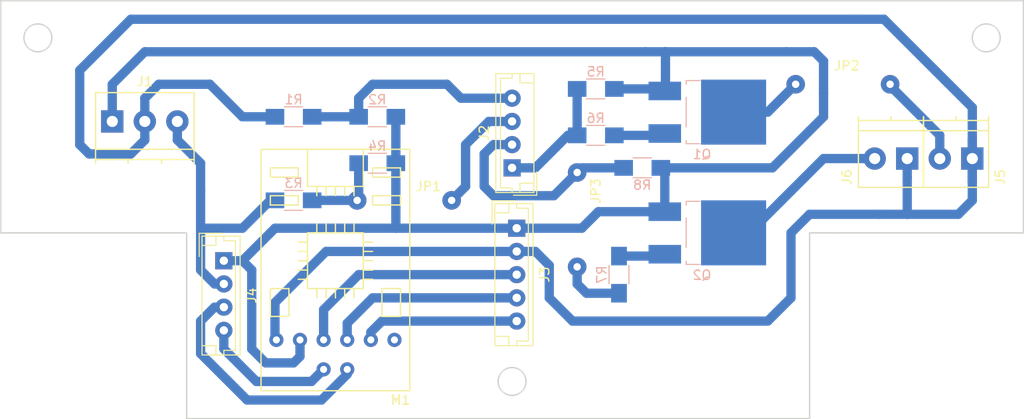
<source format=kicad_pcb>
(kicad_pcb (version 4) (host pcbnew 4.0.7-e2-6376~58~ubuntu16.04.1)

  (general
    (links 36)
    (no_connects 0)
    (area 99.924999 49.924999 210.075001 95.075001)
    (thickness 1.6)
    (drawings 19)
    (tracks 153)
    (zones 0)
    (modules 20)
    (nets 20)
  )

  (page A4)
  (layers
    (0 F.Cu signal)
    (31 B.Cu signal)
    (32 B.Adhes user)
    (33 F.Adhes user)
    (34 B.Paste user)
    (35 F.Paste user)
    (36 B.SilkS user)
    (37 F.SilkS user)
    (38 B.Mask user)
    (39 F.Mask user)
    (40 Dwgs.User user)
    (41 Cmts.User user hide)
    (42 Eco1.User user)
    (43 Eco2.User user)
    (44 Edge.Cuts user)
    (45 Margin user)
    (46 B.CrtYd user)
    (47 F.CrtYd user)
    (48 B.Fab user)
    (49 F.Fab user)
  )

  (setup
    (last_trace_width 1)
    (trace_clearance 0.2)
    (zone_clearance 0.508)
    (zone_45_only no)
    (trace_min 0.2)
    (segment_width 0.2)
    (edge_width 0.15)
    (via_size 0.6)
    (via_drill 0.4)
    (via_min_size 0.4)
    (via_min_drill 0.3)
    (uvia_size 0.3)
    (uvia_drill 0.1)
    (uvias_allowed no)
    (uvia_min_size 0.2)
    (uvia_min_drill 0.1)
    (pcb_text_width 0.3)
    (pcb_text_size 1.5 1.5)
    (mod_edge_width 0.15)
    (mod_text_size 1 1)
    (mod_text_width 0.15)
    (pad_size 2 1.7)
    (pad_drill 0)
    (pad_to_mask_clearance 0.2)
    (aux_axis_origin 0 0)
    (grid_origin 100 50)
    (visible_elements FFFFFF7F)
    (pcbplotparams
      (layerselection 0x01410_80000000)
      (usegerberextensions false)
      (excludeedgelayer true)
      (linewidth 0.200000)
      (plotframeref false)
      (viasonmask false)
      (mode 1)
      (useauxorigin false)
      (hpglpennumber 1)
      (hpglpenspeed 20)
      (hpglpendiameter 15)
      (hpglpenoverlay 2)
      (psnegative false)
      (psa4output false)
      (plotreference true)
      (plotvalue true)
      (plotinvisibletext false)
      (padsonsilk false)
      (subtractmaskfromsilk false)
      (outputformat 5)
      (mirror false)
      (drillshape 2)
      (scaleselection 1)
      (outputdirectory result2/))
  )

  (net 0 "")
  (net 1 "Net-(Q1-Pad1)")
  (net 2 GND)
  (net 3 "Net-(Q2-Pad1)")
  (net 4 +5V)
  (net 5 +7.4V)
  (net 6 "Net-(J2-Pad1)")
  (net 7 "Net-(J2-Pad2)")
  (net 8 "Net-(J2-Pad3)")
  (net 9 "Net-(J2-Pad4)")
  (net 10 "Net-(J3-Pad3)")
  (net 11 "Net-(J3-Pad4)")
  (net 12 "Net-(J3-Pad5)")
  (net 13 "Net-(J4-Pad3)")
  (net 14 "Net-(J4-Pad4)")
  (net 15 "Net-(JP1-Pad2)")
  (net 16 "Net-(JP2-Pad1)")
  (net 17 "Net-(JP3-Pad2)")
  (net 18 "Net-(J5-Pad2)")
  (net 19 "Net-(J6-Pad2)")

  (net_class Default "This is the default net class."
    (clearance 0.2)
    (trace_width 1)
    (via_dia 0.6)
    (via_drill 0.4)
    (uvia_dia 0.3)
    (uvia_drill 0.1)
    (add_net +5V)
    (add_net +7.4V)
    (add_net GND)
    (add_net "Net-(J2-Pad1)")
    (add_net "Net-(J2-Pad2)")
    (add_net "Net-(J2-Pad3)")
    (add_net "Net-(J2-Pad4)")
    (add_net "Net-(J3-Pad3)")
    (add_net "Net-(J3-Pad4)")
    (add_net "Net-(J3-Pad5)")
    (add_net "Net-(J4-Pad3)")
    (add_net "Net-(J4-Pad4)")
    (add_net "Net-(J5-Pad2)")
    (add_net "Net-(J6-Pad2)")
    (add_net "Net-(JP1-Pad2)")
    (add_net "Net-(JP2-Pad1)")
    (add_net "Net-(JP3-Pad2)")
    (add_net "Net-(Q1-Pad1)")
    (add_net "Net-(Q2-Pad1)")
  )

  (module DmitryDzz:UsbToUartX2 (layer F.Cu) (tedit 59FEF349) (tstamp 59F8EE4A)
    (at 136 77)
    (path /59F76914)
    (fp_text reference M1 (at 7 16) (layer F.SilkS)
      (effects (font (size 1 1) (thickness 0.15)))
    )
    (fp_text value UsbToUartX2 (at 0 -12) (layer F.Fab)
      (effects (font (size 1 1) (thickness 0.15)))
    )
    (fp_line (start 5 4) (end 5 7) (layer F.SilkS) (width 0.15))
    (fp_line (start 5 7) (end 7 7) (layer F.SilkS) (width 0.15))
    (fp_line (start 7 7) (end 7 4) (layer F.SilkS) (width 0.15))
    (fp_line (start 7 4) (end 5 4) (layer F.SilkS) (width 0.15))
    (fp_line (start -7 4) (end -5 4) (layer F.SilkS) (width 0.15))
    (fp_line (start -5 4) (end -5 7) (layer F.SilkS) (width 0.15))
    (fp_line (start -5 7) (end -7 7) (layer F.SilkS) (width 0.15))
    (fp_line (start -7 7) (end -7 4) (layer F.SilkS) (width 0.15))
    (fp_line (start -4 -9) (end -7 -9) (layer F.SilkS) (width 0.15))
    (fp_line (start -7 -9) (end -7 -8) (layer F.SilkS) (width 0.15))
    (fp_line (start -7 -8) (end -4 -8) (layer F.SilkS) (width 0.15))
    (fp_line (start -4 -8) (end -4 -9) (layer F.SilkS) (width 0.15))
    (fp_line (start -4 -5) (end -4 -6) (layer F.SilkS) (width 0.15))
    (fp_line (start -4 -6) (end -7 -6) (layer F.SilkS) (width 0.15))
    (fp_line (start -7 -6) (end -7 -5) (layer F.SilkS) (width 0.15))
    (fp_line (start -7 -5) (end -4 -5) (layer F.SilkS) (width 0.15))
    (fp_line (start 4 -6) (end 7 -6) (layer F.SilkS) (width 0.15))
    (fp_line (start 7 -6) (end 7 -5) (layer F.SilkS) (width 0.15))
    (fp_line (start 7 -5) (end 4 -5) (layer F.SilkS) (width 0.15))
    (fp_line (start 4 -5) (end 4 -6) (layer F.SilkS) (width 0.15))
    (fp_line (start 4 -9) (end 7 -9) (layer F.SilkS) (width 0.15))
    (fp_line (start 7 -9) (end 7 -8) (layer F.SilkS) (width 0.15))
    (fp_line (start 7 -8) (end 4 -8) (layer F.SilkS) (width 0.15))
    (fp_line (start 4 -8) (end 4 -9) (layer F.SilkS) (width 0.15))
    (fp_line (start 2 -7) (end 2 -6) (layer F.SilkS) (width 0.15))
    (fp_line (start 1 -6) (end 1 -7) (layer F.SilkS) (width 0.15))
    (fp_line (start 0 -7) (end 0 -6) (layer F.SilkS) (width 0.15))
    (fp_line (start -1 -6) (end -1 -7) (layer F.SilkS) (width 0.15))
    (fp_line (start -2 -7) (end -2 -6) (layer F.SilkS) (width 0.15))
    (fp_line (start -2 -3) (end -2 -2) (layer F.SilkS) (width 0.15))
    (fp_line (start -1 -3) (end -1 -2) (layer F.SilkS) (width 0.15))
    (fp_line (start 0 -2) (end 0 -3) (layer F.SilkS) (width 0.15))
    (fp_line (start 1 -3) (end 1 -2) (layer F.SilkS) (width 0.15))
    (fp_line (start 2 -2) (end 2 -3) (layer F.SilkS) (width 0.15))
    (fp_line (start 3 -1) (end 4 -1) (layer F.SilkS) (width 0.15))
    (fp_line (start 4 0) (end 3 0) (layer F.SilkS) (width 0.15))
    (fp_line (start 3 1) (end 4 1) (layer F.SilkS) (width 0.15))
    (fp_line (start 4 2) (end 3 2) (layer F.SilkS) (width 0.15))
    (fp_line (start 3 3) (end 4 3) (layer F.SilkS) (width 0.15))
    (fp_line (start 2 5) (end 2 4) (layer F.SilkS) (width 0.15))
    (fp_line (start 1 4) (end 1 5) (layer F.SilkS) (width 0.15))
    (fp_line (start 0 5) (end 0 4) (layer F.SilkS) (width 0.15))
    (fp_line (start -1 4) (end -1 5) (layer F.SilkS) (width 0.15))
    (fp_line (start -2 4) (end -2 5) (layer F.SilkS) (width 0.15))
    (fp_line (start -3 3) (end -4 3) (layer F.SilkS) (width 0.15))
    (fp_line (start -4 2) (end -3 2) (layer F.SilkS) (width 0.15))
    (fp_line (start -3 1) (end -4 1) (layer F.SilkS) (width 0.15))
    (fp_line (start -3 0) (end -4 0) (layer F.SilkS) (width 0.15))
    (fp_line (start -3 -1) (end -4 -1) (layer F.SilkS) (width 0.15))
    (fp_line (start -3 -2) (end 3 -2) (layer F.SilkS) (width 0.15))
    (fp_line (start 3 -2) (end 3 4) (layer F.SilkS) (width 0.15))
    (fp_line (start 3 4) (end -3 4) (layer F.SilkS) (width 0.15))
    (fp_line (start -3 4) (end -3 -2) (layer F.SilkS) (width 0.15))
    (fp_line (start -3 -11) (end -3 -7) (layer F.SilkS) (width 0.15))
    (fp_line (start -3 -7) (end 3 -7) (layer F.SilkS) (width 0.15))
    (fp_line (start 3 -7) (end 3 -11) (layer F.SilkS) (width 0.15))
    (fp_line (start -8 11) (end -8 15) (layer F.SilkS) (width 0.15))
    (fp_line (start -8 15) (end 8 15) (layer F.SilkS) (width 0.15))
    (fp_line (start 8 15) (end 8 11) (layer F.SilkS) (width 0.15))
    (fp_line (start -8 -11) (end 8 -11) (layer F.SilkS) (width 0.15))
    (fp_line (start 8 -11) (end 8 11) (layer F.SilkS) (width 0.15))
    (fp_line (start -8 11) (end -8 -11) (layer F.SilkS) (width 0.15))
    (pad 1 thru_hole circle (at 6.35 9.525) (size 1.524 1.524) (drill 0.762) (layers *.Cu *.Mask))
    (pad 2 thru_hole circle (at 3.81 9.525) (size 1.524 1.524) (drill 0.762) (layers *.Cu *.Mask)
      (net 12 "Net-(J3-Pad5)"))
    (pad 3 thru_hole circle (at 1.27 9.525) (size 1.524 1.524) (drill 0.762) (layers *.Cu *.Mask)
      (net 11 "Net-(J3-Pad4)"))
    (pad 4 thru_hole circle (at -1.27 9.525) (size 1.524 1.524) (drill 0.762) (layers *.Cu *.Mask)
      (net 10 "Net-(J3-Pad3)"))
    (pad 5 thru_hole circle (at -3.81 9.525) (size 1.524 1.524) (drill 0.762) (layers *.Cu *.Mask)
      (net 2 GND))
    (pad 6 thru_hole circle (at -6.35 9.525) (size 1.524 1.524) (drill 0.762) (layers *.Cu *.Mask)
      (net 4 +5V))
    (pad 7 thru_hole circle (at 1.27 12.7) (size 1.524 1.524) (drill 0.762) (layers *.Cu *.Mask)
      (net 13 "Net-(J4-Pad3)"))
    (pad 8 thru_hole circle (at -1.27 12.7) (size 1.524 1.524) (drill 0.762) (layers *.Cu *.Mask)
      (net 14 "Net-(J4-Pad4)"))
  )

  (module Connectors_Terminal_Blocks:TerminalBlock_Pheonix_PT-3.5mm_3pol (layer F.Cu) (tedit 56301605) (tstamp 59F8ED79)
    (at 112 63)
    (descr "3-way 3.5mm pitch terminal block, Phoenix PT series")
    (path /59F64A26)
    (fp_text reference J1 (at 3.5 -4.3) (layer F.SilkS)
      (effects (font (size 1 1) (thickness 0.15)))
    )
    (fp_text value Power (at 3.5 6) (layer F.Fab)
      (effects (font (size 1 1) (thickness 0.15)))
    )
    (fp_line (start -2 -3.3) (end 9 -3.3) (layer F.CrtYd) (width 0.05))
    (fp_line (start -2 4.7) (end -2 -3.3) (layer F.CrtYd) (width 0.05))
    (fp_line (start 9 4.7) (end -2 4.7) (layer F.CrtYd) (width 0.05))
    (fp_line (start 9 -3.3) (end 9 4.7) (layer F.CrtYd) (width 0.05))
    (fp_line (start 1.7 4.1) (end 1.7 4.5) (layer F.SilkS) (width 0.15))
    (fp_line (start 5.3 4.1) (end 5.3 4.5) (layer F.SilkS) (width 0.15))
    (fp_line (start -1.8 3) (end 8.8 3) (layer F.SilkS) (width 0.15))
    (fp_line (start -1.8 4.1) (end 8.8 4.1) (layer F.SilkS) (width 0.15))
    (fp_line (start -1.8 -3.1) (end -1.8 4.5) (layer F.SilkS) (width 0.15))
    (fp_line (start 8.8 4.5) (end 8.8 -3.1) (layer F.SilkS) (width 0.15))
    (fp_line (start 8.8 -3.1) (end -1.8 -3.1) (layer F.SilkS) (width 0.15))
    (pad 2 thru_hole circle (at 3.5 0) (size 2.4 2.4) (drill 1.2) (layers *.Cu *.Mask)
      (net 4 +5V))
    (pad 3 thru_hole circle (at 7 0) (size 2.4 2.4) (drill 1.2) (layers *.Cu *.Mask)
      (net 5 +7.4V))
    (pad 1 thru_hole rect (at 0 0) (size 2.4 2.4) (drill 1.2) (layers *.Cu *.Mask)
      (net 2 GND))
    (model Terminal_Blocks.3dshapes/TerminalBlock_Pheonix_PT-3.5mm_3pol.wrl
      (at (xyz 0 0 0))
      (scale (xyz 1 1 1))
      (rotate (xyz 0 0 0))
    )
  )

  (module Connectors_JST:JST_EH_B04B-EH-A_04x2.50mm_Straight (layer F.Cu) (tedit 58A3B0B5) (tstamp 59F8ED9B)
    (at 155 68 90)
    (descr "JST EH series connector, B04B-EH-A, 2.50mm pitch, top entry")
    (tags "connector jst eh top vertical straight")
    (path /59F4E285)
    (fp_text reference J2 (at 3.75 -3 90) (layer F.SilkS)
      (effects (font (size 1 1) (thickness 0.15)))
    )
    (fp_text value "Arduino Ports" (at 3.75 3.5 90) (layer F.Fab)
      (effects (font (size 1 1) (thickness 0.15)))
    )
    (fp_text user %R (at 3.75 -3 90) (layer F.Fab)
      (effects (font (size 1 1) (thickness 0.15)))
    )
    (fp_line (start -2.5 -1.6) (end -2.5 2.2) (layer F.Fab) (width 0.1))
    (fp_line (start -2.5 2.2) (end 10 2.2) (layer F.Fab) (width 0.1))
    (fp_line (start 10 2.2) (end 10 -1.6) (layer F.Fab) (width 0.1))
    (fp_line (start 10 -1.6) (end -2.5 -1.6) (layer F.Fab) (width 0.1))
    (fp_line (start -2.65 -1.75) (end -2.65 2.35) (layer F.SilkS) (width 0.12))
    (fp_line (start -2.65 2.35) (end 10.15 2.35) (layer F.SilkS) (width 0.12))
    (fp_line (start 10.15 2.35) (end 10.15 -1.75) (layer F.SilkS) (width 0.12))
    (fp_line (start 10.15 -1.75) (end -2.65 -1.75) (layer F.SilkS) (width 0.12))
    (fp_line (start -2.65 0) (end -2.15 0) (layer F.SilkS) (width 0.12))
    (fp_line (start -2.15 0) (end -2.15 -1.25) (layer F.SilkS) (width 0.12))
    (fp_line (start -2.15 -1.25) (end 9.65 -1.25) (layer F.SilkS) (width 0.12))
    (fp_line (start 9.65 -1.25) (end 9.65 0) (layer F.SilkS) (width 0.12))
    (fp_line (start 9.65 0) (end 10.15 0) (layer F.SilkS) (width 0.12))
    (fp_line (start -2.65 0.85) (end -1.65 0.85) (layer F.SilkS) (width 0.12))
    (fp_line (start -1.65 0.85) (end -1.65 2.35) (layer F.SilkS) (width 0.12))
    (fp_line (start 10.15 0.85) (end 9.15 0.85) (layer F.SilkS) (width 0.12))
    (fp_line (start 9.15 0.85) (end 9.15 2.35) (layer F.SilkS) (width 0.12))
    (fp_line (start -2.95 0.15) (end -2.95 2.65) (layer F.SilkS) (width 0.12))
    (fp_line (start -2.95 2.65) (end -0.45 2.65) (layer F.SilkS) (width 0.12))
    (fp_line (start -2.95 0.15) (end -2.95 2.65) (layer F.Fab) (width 0.1))
    (fp_line (start -2.95 2.65) (end -0.45 2.65) (layer F.Fab) (width 0.1))
    (fp_line (start -3.15 -2.25) (end -3.15 2.85) (layer F.CrtYd) (width 0.05))
    (fp_line (start -3.15 2.85) (end 10.65 2.85) (layer F.CrtYd) (width 0.05))
    (fp_line (start 10.65 2.85) (end 10.65 -2.25) (layer F.CrtYd) (width 0.05))
    (fp_line (start 10.65 -2.25) (end -3.15 -2.25) (layer F.CrtYd) (width 0.05))
    (pad 1 thru_hole rect (at 0 0 90) (size 1.85 1.85) (drill 0.9) (layers *.Cu *.Mask)
      (net 6 "Net-(J2-Pad1)"))
    (pad 2 thru_hole circle (at 2.5 0 90) (size 1.85 1.85) (drill 0.9) (layers *.Cu *.Mask)
      (net 7 "Net-(J2-Pad2)"))
    (pad 3 thru_hole circle (at 5 0 90) (size 1.85 1.85) (drill 0.9) (layers *.Cu *.Mask)
      (net 8 "Net-(J2-Pad3)"))
    (pad 4 thru_hole circle (at 7.5 0 90) (size 1.85 1.85) (drill 0.9) (layers *.Cu *.Mask)
      (net 9 "Net-(J2-Pad4)"))
    (model Connectors_JST.3dshapes/JST_EH_B04B-EH-A_04x2.50mm_Straight.wrl
      (at (xyz 0 0 0))
      (scale (xyz 1 1 1))
      (rotate (xyz 0 0 0))
    )
  )

  (module Connectors_JST:JST_EH_B05B-EH-A_05x2.50mm_Straight (layer F.Cu) (tedit 58A3B0B5) (tstamp 59F8EDBE)
    (at 155.5 74.5 270)
    (descr "JST EH series connector, B05B-EH-A, 2.50mm pitch, top entry")
    (tags "connector jst eh top vertical straight")
    (path /59F7763E)
    (fp_text reference J3 (at 5 -3 270) (layer F.SilkS)
      (effects (font (size 1 1) (thickness 0.15)))
    )
    (fp_text value "4WD controller" (at 5 3.5 270) (layer F.Fab)
      (effects (font (size 1 1) (thickness 0.15)))
    )
    (fp_text user %R (at 5 -3 270) (layer F.Fab)
      (effects (font (size 1 1) (thickness 0.15)))
    )
    (fp_line (start -2.5 -1.6) (end -2.5 2.2) (layer F.Fab) (width 0.1))
    (fp_line (start -2.5 2.2) (end 12.5 2.2) (layer F.Fab) (width 0.1))
    (fp_line (start 12.5 2.2) (end 12.5 -1.6) (layer F.Fab) (width 0.1))
    (fp_line (start 12.5 -1.6) (end -2.5 -1.6) (layer F.Fab) (width 0.1))
    (fp_line (start -2.65 -1.75) (end -2.65 2.35) (layer F.SilkS) (width 0.12))
    (fp_line (start -2.65 2.35) (end 12.65 2.35) (layer F.SilkS) (width 0.12))
    (fp_line (start 12.65 2.35) (end 12.65 -1.75) (layer F.SilkS) (width 0.12))
    (fp_line (start 12.65 -1.75) (end -2.65 -1.75) (layer F.SilkS) (width 0.12))
    (fp_line (start -2.65 0) (end -2.15 0) (layer F.SilkS) (width 0.12))
    (fp_line (start -2.15 0) (end -2.15 -1.25) (layer F.SilkS) (width 0.12))
    (fp_line (start -2.15 -1.25) (end 12.15 -1.25) (layer F.SilkS) (width 0.12))
    (fp_line (start 12.15 -1.25) (end 12.15 0) (layer F.SilkS) (width 0.12))
    (fp_line (start 12.15 0) (end 12.65 0) (layer F.SilkS) (width 0.12))
    (fp_line (start -2.65 0.85) (end -1.65 0.85) (layer F.SilkS) (width 0.12))
    (fp_line (start -1.65 0.85) (end -1.65 2.35) (layer F.SilkS) (width 0.12))
    (fp_line (start 12.65 0.85) (end 11.65 0.85) (layer F.SilkS) (width 0.12))
    (fp_line (start 11.65 0.85) (end 11.65 2.35) (layer F.SilkS) (width 0.12))
    (fp_line (start -2.95 0.15) (end -2.95 2.65) (layer F.SilkS) (width 0.12))
    (fp_line (start -2.95 2.65) (end -0.45 2.65) (layer F.SilkS) (width 0.12))
    (fp_line (start -2.95 0.15) (end -2.95 2.65) (layer F.Fab) (width 0.1))
    (fp_line (start -2.95 2.65) (end -0.45 2.65) (layer F.Fab) (width 0.1))
    (fp_line (start -3.15 -2.25) (end -3.15 2.85) (layer F.CrtYd) (width 0.05))
    (fp_line (start -3.15 2.85) (end 13.15 2.85) (layer F.CrtYd) (width 0.05))
    (fp_line (start 13.15 2.85) (end 13.15 -2.25) (layer F.CrtYd) (width 0.05))
    (fp_line (start 13.15 -2.25) (end -3.15 -2.25) (layer F.CrtYd) (width 0.05))
    (pad 1 thru_hole rect (at 0 0 270) (size 1.85 1.85) (drill 0.9) (layers *.Cu *.Mask)
      (net 2 GND))
    (pad 2 thru_hole circle (at 2.5 0 270) (size 1.85 1.85) (drill 0.9) (layers *.Cu *.Mask)
      (net 4 +5V))
    (pad 3 thru_hole circle (at 5 0 270) (size 1.85 1.85) (drill 0.9) (layers *.Cu *.Mask)
      (net 10 "Net-(J3-Pad3)"))
    (pad 4 thru_hole circle (at 7.5 0 270) (size 1.85 1.85) (drill 0.9) (layers *.Cu *.Mask)
      (net 11 "Net-(J3-Pad4)"))
    (pad 5 thru_hole circle (at 10 0 270) (size 1.85 1.85) (drill 0.9) (layers *.Cu *.Mask)
      (net 12 "Net-(J3-Pad5)"))
    (model Connectors_JST.3dshapes/JST_EH_B05B-EH-A_05x2.50mm_Straight.wrl
      (at (xyz 0 0 0))
      (scale (xyz 1 1 1))
      (rotate (xyz 0 0 0))
    )
  )

  (module Connectors_JST:JST_EH_B04B-EH-A_04x2.50mm_Straight (layer F.Cu) (tedit 59FEF371) (tstamp 59F8EDE0)
    (at 124 78 270)
    (descr "JST EH series connector, B04B-EH-A, 2.50mm pitch, top entry")
    (tags "connector jst eh top vertical straight")
    (path /59F777B8)
    (fp_text reference J4 (at 3.75 -3 270) (layer F.SilkS)
      (effects (font (size 1 1) (thickness 0.15)))
    )
    (fp_text value Head (at 4 3 270) (layer F.Fab)
      (effects (font (size 1 1) (thickness 0.15)))
    )
    (fp_text user %R (at 3.75 -3 270) (layer F.Fab)
      (effects (font (size 1 1) (thickness 0.15)))
    )
    (fp_line (start -2.5 -1.6) (end -2.5 2.2) (layer F.Fab) (width 0.1))
    (fp_line (start -2.5 2.2) (end 10 2.2) (layer F.Fab) (width 0.1))
    (fp_line (start 10 2.2) (end 10 -1.6) (layer F.Fab) (width 0.1))
    (fp_line (start 10 -1.6) (end -2.5 -1.6) (layer F.Fab) (width 0.1))
    (fp_line (start -2.65 -1.75) (end -2.65 2.35) (layer F.SilkS) (width 0.12))
    (fp_line (start -2.65 2.35) (end 10.15 2.35) (layer F.SilkS) (width 0.12))
    (fp_line (start 10.15 2.35) (end 10.15 -1.75) (layer F.SilkS) (width 0.12))
    (fp_line (start 10.15 -1.75) (end -2.65 -1.75) (layer F.SilkS) (width 0.12))
    (fp_line (start -2.65 0) (end -2.15 0) (layer F.SilkS) (width 0.12))
    (fp_line (start -2.15 0) (end -2.15 -1.25) (layer F.SilkS) (width 0.12))
    (fp_line (start -2.15 -1.25) (end 9.65 -1.25) (layer F.SilkS) (width 0.12))
    (fp_line (start 9.65 -1.25) (end 9.65 0) (layer F.SilkS) (width 0.12))
    (fp_line (start 9.65 0) (end 10.15 0) (layer F.SilkS) (width 0.12))
    (fp_line (start -2.65 0.85) (end -1.65 0.85) (layer F.SilkS) (width 0.12))
    (fp_line (start -1.65 0.85) (end -1.65 2.35) (layer F.SilkS) (width 0.12))
    (fp_line (start 10.15 0.85) (end 9.15 0.85) (layer F.SilkS) (width 0.12))
    (fp_line (start 9.15 0.85) (end 9.15 2.35) (layer F.SilkS) (width 0.12))
    (fp_line (start -2.95 0.15) (end -2.95 2.65) (layer F.SilkS) (width 0.12))
    (fp_line (start -2.95 2.65) (end -0.45 2.65) (layer F.SilkS) (width 0.12))
    (fp_line (start -2.95 0.15) (end -2.95 2.65) (layer F.Fab) (width 0.1))
    (fp_line (start -2.95 2.65) (end -0.45 2.65) (layer F.Fab) (width 0.1))
    (fp_line (start -3.15 -2.25) (end -3.15 2.85) (layer F.CrtYd) (width 0.05))
    (fp_line (start -3.15 2.85) (end 10.65 2.85) (layer F.CrtYd) (width 0.05))
    (fp_line (start 10.65 2.85) (end 10.65 -2.25) (layer F.CrtYd) (width 0.05))
    (fp_line (start 10.65 -2.25) (end -3.15 -2.25) (layer F.CrtYd) (width 0.05))
    (pad 1 thru_hole rect (at 0 0 270) (size 1.85 1.85) (drill 0.9) (layers *.Cu *.Mask)
      (net 2 GND))
    (pad 2 thru_hole circle (at 2.5 0 270) (size 1.85 1.85) (drill 0.9) (layers *.Cu *.Mask)
      (net 5 +7.4V))
    (pad 3 thru_hole circle (at 5 0 270) (size 1.85 1.85) (drill 0.9) (layers *.Cu *.Mask)
      (net 13 "Net-(J4-Pad3)"))
    (pad 4 thru_hole circle (at 7.5 0 270) (size 1.85 1.85) (drill 0.9) (layers *.Cu *.Mask)
      (net 14 "Net-(J4-Pad4)"))
    (model Connectors_JST.3dshapes/JST_EH_B04B-EH-A_04x2.50mm_Straight.wrl
      (at (xyz 0 0 0))
      (scale (xyz 1 1 1))
      (rotate (xyz 0 0 0))
    )
  )

  (module TO_SOT_Packages_SMD:TO-252-2_Rectifier (layer B.Cu) (tedit 59007EE9) (tstamp 59F8EE68)
    (at 176 62)
    (descr TO-252-2)
    (tags "TO-252-2 Rectifier")
    (path /59F4E01A)
    (attr smd)
    (fp_text reference Q1 (at -0.575 4.55) (layer B.SilkS)
      (effects (font (size 1 1) (thickness 0.15)) (justify mirror))
    )
    (fp_text value IRLR8113 (at -0.625 -4.8) (layer B.Fab)
      (effects (font (size 1 1) (thickness 0.15)) (justify mirror))
    )
    (fp_text user %R (at -0.05 0) (layer B.Fab)
      (effects (font (size 1 1) (thickness 0.15)) (justify mirror))
    )
    (fp_line (start -2.275 3.05) (end -2.275 3.4) (layer B.SilkS) (width 0.12))
    (fp_line (start -2.275 3.4) (end -0.775 3.4) (layer B.SilkS) (width 0.12))
    (fp_line (start -2.275 -1.6) (end -2.275 1.6) (layer B.SilkS) (width 0.12))
    (fp_line (start -0.775 -3.4) (end -2.275 -3.4) (layer B.SilkS) (width 0.12))
    (fp_line (start -2.275 -3.4) (end -2.275 -3) (layer B.SilkS) (width 0.12))
    (fp_line (start 3.805 2.71) (end 5.005 2.71) (layer B.Fab) (width 0.1))
    (fp_line (start 5.005 2.71) (end 5.005 -2.71) (layer B.Fab) (width 0.1))
    (fp_line (start 5.005 -2.71) (end 3.795 -2.71) (layer B.Fab) (width 0.1))
    (fp_line (start -2.195 -1.73) (end -5.105 -1.73) (layer B.Fab) (width 0.1))
    (fp_line (start -5.105 -2.87) (end -2.195 -2.87) (layer B.Fab) (width 0.1))
    (fp_line (start -5.105 -1.73) (end -5.105 -2.87) (layer B.Fab) (width 0.1))
    (fp_line (start -5.105 2.87) (end -5.105 1.73) (layer B.Fab) (width 0.1))
    (fp_line (start -5.105 1.73) (end -2.195 1.73) (layer B.Fab) (width 0.1))
    (fp_line (start -2.195 2.87) (end -5.105 2.87) (layer B.Fab) (width 0.1))
    (fp_line (start -2.195 -3.35) (end 3.795 -3.35) (layer B.Fab) (width 0.1))
    (fp_line (start 3.795 -3.35) (end 3.795 3.35) (layer B.Fab) (width 0.1))
    (fp_line (start 3.795 3.35) (end -2.195 3.35) (layer B.Fab) (width 0.1))
    (fp_line (start -2.195 -3.35) (end -2.195 3.35) (layer B.Fab) (width 0.1))
    (fp_line (start 6.58 3.75) (end 6.58 -3.75) (layer B.CrtYd) (width 0.05))
    (fp_line (start 6.58 3.75) (end -6.58 3.75) (layer B.CrtYd) (width 0.05))
    (fp_line (start -6.58 -3.75) (end 6.58 -3.75) (layer B.CrtYd) (width 0.05))
    (fp_line (start -6.58 -3.75) (end -6.58 3.75) (layer B.CrtYd) (width 0.05))
    (pad 1 smd rect (at -4.575 2.3 90) (size 2 3.5) (layers B.Cu B.Paste B.Mask)
      (net 1 "Net-(Q1-Pad1)"))
    (pad 3 smd rect (at -4.575 -2.28 90) (size 2 3.5) (layers B.Cu B.Paste B.Mask)
      (net 2 GND))
    (pad 2 smd rect (at 2.825 0 90) (size 7 7) (layers B.Cu B.Paste B.Mask)
      (net 16 "Net-(JP2-Pad1)"))
    (model ${KISYS3DMOD}/TO_SOT_Packages_SMD.3dshapes\TO-252-2.wrl
      (at (xyz 0 0 0))
      (scale (xyz 1 1 1))
      (rotate (xyz 0 0 0))
    )
  )

  (module TO_SOT_Packages_SMD:TO-252-2_Rectifier (layer B.Cu) (tedit 59007EE9) (tstamp 59F8EE86)
    (at 176 75)
    (descr TO-252-2)
    (tags "TO-252-2 Rectifier")
    (path /59F4CFC0)
    (attr smd)
    (fp_text reference Q2 (at -0.575 4.55) (layer B.SilkS)
      (effects (font (size 1 1) (thickness 0.15)) (justify mirror))
    )
    (fp_text value IRLR8113 (at -0.625 -4.8) (layer B.Fab)
      (effects (font (size 1 1) (thickness 0.15)) (justify mirror))
    )
    (fp_text user %R (at -0.05 0) (layer B.Fab)
      (effects (font (size 1 1) (thickness 0.15)) (justify mirror))
    )
    (fp_line (start -2.275 3.05) (end -2.275 3.4) (layer B.SilkS) (width 0.12))
    (fp_line (start -2.275 3.4) (end -0.775 3.4) (layer B.SilkS) (width 0.12))
    (fp_line (start -2.275 -1.6) (end -2.275 1.6) (layer B.SilkS) (width 0.12))
    (fp_line (start -0.775 -3.4) (end -2.275 -3.4) (layer B.SilkS) (width 0.12))
    (fp_line (start -2.275 -3.4) (end -2.275 -3) (layer B.SilkS) (width 0.12))
    (fp_line (start 3.805 2.71) (end 5.005 2.71) (layer B.Fab) (width 0.1))
    (fp_line (start 5.005 2.71) (end 5.005 -2.71) (layer B.Fab) (width 0.1))
    (fp_line (start 5.005 -2.71) (end 3.795 -2.71) (layer B.Fab) (width 0.1))
    (fp_line (start -2.195 -1.73) (end -5.105 -1.73) (layer B.Fab) (width 0.1))
    (fp_line (start -5.105 -2.87) (end -2.195 -2.87) (layer B.Fab) (width 0.1))
    (fp_line (start -5.105 -1.73) (end -5.105 -2.87) (layer B.Fab) (width 0.1))
    (fp_line (start -5.105 2.87) (end -5.105 1.73) (layer B.Fab) (width 0.1))
    (fp_line (start -5.105 1.73) (end -2.195 1.73) (layer B.Fab) (width 0.1))
    (fp_line (start -2.195 2.87) (end -5.105 2.87) (layer B.Fab) (width 0.1))
    (fp_line (start -2.195 -3.35) (end 3.795 -3.35) (layer B.Fab) (width 0.1))
    (fp_line (start 3.795 -3.35) (end 3.795 3.35) (layer B.Fab) (width 0.1))
    (fp_line (start 3.795 3.35) (end -2.195 3.35) (layer B.Fab) (width 0.1))
    (fp_line (start -2.195 -3.35) (end -2.195 3.35) (layer B.Fab) (width 0.1))
    (fp_line (start 6.58 3.75) (end 6.58 -3.75) (layer B.CrtYd) (width 0.05))
    (fp_line (start 6.58 3.75) (end -6.58 3.75) (layer B.CrtYd) (width 0.05))
    (fp_line (start -6.58 -3.75) (end 6.58 -3.75) (layer B.CrtYd) (width 0.05))
    (fp_line (start -6.58 -3.75) (end -6.58 3.75) (layer B.CrtYd) (width 0.05))
    (pad 1 smd rect (at -4.575 2.3 90) (size 2 3.5) (layers B.Cu B.Paste B.Mask)
      (net 3 "Net-(Q2-Pad1)"))
    (pad 3 smd rect (at -4.575 -2.28 90) (size 2 3.5) (layers B.Cu B.Paste B.Mask)
      (net 2 GND))
    (pad 2 smd rect (at 2.825 0 90) (size 7 7) (layers B.Cu B.Paste B.Mask)
      (net 19 "Net-(J6-Pad2)"))
    (model ${KISYS3DMOD}/TO_SOT_Packages_SMD.3dshapes\TO-252-2.wrl
      (at (xyz 0 0 0))
      (scale (xyz 1 1 1))
      (rotate (xyz 0 0 0))
    )
  )

  (module Resistors_SMD:R_1206_HandSoldering (layer B.Cu) (tedit 58E0A804) (tstamp 59F8EE97)
    (at 131.5 62.5 180)
    (descr "Resistor SMD 1206, hand soldering")
    (tags "resistor 1206")
    (path /59F60F83)
    (attr smd)
    (fp_text reference R1 (at 0 1.85 180) (layer B.SilkS)
      (effects (font (size 1 1) (thickness 0.15)) (justify mirror))
    )
    (fp_text value 470K (at 0 -1.9 180) (layer B.Fab)
      (effects (font (size 1 1) (thickness 0.15)) (justify mirror))
    )
    (fp_text user %R (at 0 0 180) (layer B.Fab)
      (effects (font (size 0.7 0.7) (thickness 0.105)) (justify mirror))
    )
    (fp_line (start -1.6 -0.8) (end -1.6 0.8) (layer B.Fab) (width 0.1))
    (fp_line (start 1.6 -0.8) (end -1.6 -0.8) (layer B.Fab) (width 0.1))
    (fp_line (start 1.6 0.8) (end 1.6 -0.8) (layer B.Fab) (width 0.1))
    (fp_line (start -1.6 0.8) (end 1.6 0.8) (layer B.Fab) (width 0.1))
    (fp_line (start 1 -1.07) (end -1 -1.07) (layer B.SilkS) (width 0.12))
    (fp_line (start -1 1.07) (end 1 1.07) (layer B.SilkS) (width 0.12))
    (fp_line (start -3.25 1.11) (end 3.25 1.11) (layer B.CrtYd) (width 0.05))
    (fp_line (start -3.25 1.11) (end -3.25 -1.1) (layer B.CrtYd) (width 0.05))
    (fp_line (start 3.25 -1.1) (end 3.25 1.11) (layer B.CrtYd) (width 0.05))
    (fp_line (start 3.25 -1.1) (end -3.25 -1.1) (layer B.CrtYd) (width 0.05))
    (pad 1 smd rect (at -2 0 180) (size 2 1.7) (layers B.Cu B.Paste B.Mask)
      (net 9 "Net-(J2-Pad4)"))
    (pad 2 smd rect (at 2 0 180) (size 2 1.7) (layers B.Cu B.Paste B.Mask)
      (net 4 +5V))
    (model ${KISYS3DMOD}/Resistors_SMD.3dshapes/R_1206.wrl
      (at (xyz 0 0 0))
      (scale (xyz 1 1 1))
      (rotate (xyz 0 0 0))
    )
  )

  (module Resistors_SMD:R_1206_HandSoldering (layer B.Cu) (tedit 58E0A804) (tstamp 59F8EEA8)
    (at 140.5 62.5 180)
    (descr "Resistor SMD 1206, hand soldering")
    (tags "resistor 1206")
    (path /59F61013)
    (attr smd)
    (fp_text reference R2 (at 0 1.85 180) (layer B.SilkS)
      (effects (font (size 1 1) (thickness 0.15)) (justify mirror))
    )
    (fp_text value 220K (at 0 -1.9 180) (layer B.Fab)
      (effects (font (size 1 1) (thickness 0.15)) (justify mirror))
    )
    (fp_text user %R (at 0 0 180) (layer B.Fab)
      (effects (font (size 0.7 0.7) (thickness 0.105)) (justify mirror))
    )
    (fp_line (start -1.6 -0.8) (end -1.6 0.8) (layer B.Fab) (width 0.1))
    (fp_line (start 1.6 -0.8) (end -1.6 -0.8) (layer B.Fab) (width 0.1))
    (fp_line (start 1.6 0.8) (end 1.6 -0.8) (layer B.Fab) (width 0.1))
    (fp_line (start -1.6 0.8) (end 1.6 0.8) (layer B.Fab) (width 0.1))
    (fp_line (start 1 -1.07) (end -1 -1.07) (layer B.SilkS) (width 0.12))
    (fp_line (start -1 1.07) (end 1 1.07) (layer B.SilkS) (width 0.12))
    (fp_line (start -3.25 1.11) (end 3.25 1.11) (layer B.CrtYd) (width 0.05))
    (fp_line (start -3.25 1.11) (end -3.25 -1.1) (layer B.CrtYd) (width 0.05))
    (fp_line (start 3.25 -1.1) (end 3.25 1.11) (layer B.CrtYd) (width 0.05))
    (fp_line (start 3.25 -1.1) (end -3.25 -1.1) (layer B.CrtYd) (width 0.05))
    (pad 1 smd rect (at -2 0 180) (size 2 1.7) (layers B.Cu B.Paste B.Mask)
      (net 2 GND))
    (pad 2 smd rect (at 2 0 180) (size 2 1.7) (layers B.Cu B.Paste B.Mask)
      (net 9 "Net-(J2-Pad4)"))
    (model ${KISYS3DMOD}/Resistors_SMD.3dshapes/R_1206.wrl
      (at (xyz 0 0 0))
      (scale (xyz 1 1 1))
      (rotate (xyz 0 0 0))
    )
  )

  (module Resistors_SMD:R_1206_HandSoldering (layer B.Cu) (tedit 58E0A804) (tstamp 59F8EEB9)
    (at 131.5 71.5 180)
    (descr "Resistor SMD 1206, hand soldering")
    (tags "resistor 1206")
    (path /59F60E16)
    (attr smd)
    (fp_text reference R3 (at 0 1.85 180) (layer B.SilkS)
      (effects (font (size 1 1) (thickness 0.15)) (justify mirror))
    )
    (fp_text value 470K (at 0 -1.9 180) (layer B.Fab)
      (effects (font (size 1 1) (thickness 0.15)) (justify mirror))
    )
    (fp_text user %R (at 0 0 180) (layer B.Fab)
      (effects (font (size 0.7 0.7) (thickness 0.105)) (justify mirror))
    )
    (fp_line (start -1.6 -0.8) (end -1.6 0.8) (layer B.Fab) (width 0.1))
    (fp_line (start 1.6 -0.8) (end -1.6 -0.8) (layer B.Fab) (width 0.1))
    (fp_line (start 1.6 0.8) (end 1.6 -0.8) (layer B.Fab) (width 0.1))
    (fp_line (start -1.6 0.8) (end 1.6 0.8) (layer B.Fab) (width 0.1))
    (fp_line (start 1 -1.07) (end -1 -1.07) (layer B.SilkS) (width 0.12))
    (fp_line (start -1 1.07) (end 1 1.07) (layer B.SilkS) (width 0.12))
    (fp_line (start -3.25 1.11) (end 3.25 1.11) (layer B.CrtYd) (width 0.05))
    (fp_line (start -3.25 1.11) (end -3.25 -1.1) (layer B.CrtYd) (width 0.05))
    (fp_line (start 3.25 -1.1) (end 3.25 1.11) (layer B.CrtYd) (width 0.05))
    (fp_line (start 3.25 -1.1) (end -3.25 -1.1) (layer B.CrtYd) (width 0.05))
    (pad 1 smd rect (at -2 0 180) (size 2 1.7) (layers B.Cu B.Paste B.Mask)
      (net 15 "Net-(JP1-Pad2)"))
    (pad 2 smd rect (at 2 0 180) (size 2 1.7) (layers B.Cu B.Paste B.Mask)
      (net 5 +7.4V))
    (model ${KISYS3DMOD}/Resistors_SMD.3dshapes/R_1206.wrl
      (at (xyz 0 0 0))
      (scale (xyz 1 1 1))
      (rotate (xyz 0 0 0))
    )
  )

  (module Resistors_SMD:R_1206_HandSoldering (layer B.Cu) (tedit 58E0A804) (tstamp 59F8EECA)
    (at 140.5 67.5 180)
    (descr "Resistor SMD 1206, hand soldering")
    (tags "resistor 1206")
    (path /59F60EE0)
    (attr smd)
    (fp_text reference R4 (at 0 1.85 180) (layer B.SilkS)
      (effects (font (size 1 1) (thickness 0.15)) (justify mirror))
    )
    (fp_text value 220K (at 0 -1.9 180) (layer B.Fab)
      (effects (font (size 1 1) (thickness 0.15)) (justify mirror))
    )
    (fp_text user %R (at 0 0 180) (layer B.Fab)
      (effects (font (size 0.7 0.7) (thickness 0.105)) (justify mirror))
    )
    (fp_line (start -1.6 -0.8) (end -1.6 0.8) (layer B.Fab) (width 0.1))
    (fp_line (start 1.6 -0.8) (end -1.6 -0.8) (layer B.Fab) (width 0.1))
    (fp_line (start 1.6 0.8) (end 1.6 -0.8) (layer B.Fab) (width 0.1))
    (fp_line (start -1.6 0.8) (end 1.6 0.8) (layer B.Fab) (width 0.1))
    (fp_line (start 1 -1.07) (end -1 -1.07) (layer B.SilkS) (width 0.12))
    (fp_line (start -1 1.07) (end 1 1.07) (layer B.SilkS) (width 0.12))
    (fp_line (start -3.25 1.11) (end 3.25 1.11) (layer B.CrtYd) (width 0.05))
    (fp_line (start -3.25 1.11) (end -3.25 -1.1) (layer B.CrtYd) (width 0.05))
    (fp_line (start 3.25 -1.1) (end 3.25 1.11) (layer B.CrtYd) (width 0.05))
    (fp_line (start 3.25 -1.1) (end -3.25 -1.1) (layer B.CrtYd) (width 0.05))
    (pad 1 smd rect (at -2 0 180) (size 2 1.7) (layers B.Cu B.Paste B.Mask)
      (net 2 GND))
    (pad 2 smd rect (at 2 0 180) (size 2 1.7) (layers B.Cu B.Paste B.Mask)
      (net 15 "Net-(JP1-Pad2)"))
    (model ${KISYS3DMOD}/Resistors_SMD.3dshapes/R_1206.wrl
      (at (xyz 0 0 0))
      (scale (xyz 1 1 1))
      (rotate (xyz 0 0 0))
    )
  )

  (module Resistors_SMD:R_1206_HandSoldering (layer B.Cu) (tedit 58E0A804) (tstamp 59F8EEDB)
    (at 164 59.5 180)
    (descr "Resistor SMD 1206, hand soldering")
    (tags "resistor 1206")
    (path /59F4E1E4)
    (attr smd)
    (fp_text reference R5 (at 0 1.85 180) (layer B.SilkS)
      (effects (font (size 1 1) (thickness 0.15)) (justify mirror))
    )
    (fp_text value 10K (at 0 -1.9 180) (layer B.Fab)
      (effects (font (size 1 1) (thickness 0.15)) (justify mirror))
    )
    (fp_text user %R (at 0 0 180) (layer B.Fab)
      (effects (font (size 0.7 0.7) (thickness 0.105)) (justify mirror))
    )
    (fp_line (start -1.6 -0.8) (end -1.6 0.8) (layer B.Fab) (width 0.1))
    (fp_line (start 1.6 -0.8) (end -1.6 -0.8) (layer B.Fab) (width 0.1))
    (fp_line (start 1.6 0.8) (end 1.6 -0.8) (layer B.Fab) (width 0.1))
    (fp_line (start -1.6 0.8) (end 1.6 0.8) (layer B.Fab) (width 0.1))
    (fp_line (start 1 -1.07) (end -1 -1.07) (layer B.SilkS) (width 0.12))
    (fp_line (start -1 1.07) (end 1 1.07) (layer B.SilkS) (width 0.12))
    (fp_line (start -3.25 1.11) (end 3.25 1.11) (layer B.CrtYd) (width 0.05))
    (fp_line (start -3.25 1.11) (end -3.25 -1.1) (layer B.CrtYd) (width 0.05))
    (fp_line (start 3.25 -1.1) (end 3.25 1.11) (layer B.CrtYd) (width 0.05))
    (fp_line (start 3.25 -1.1) (end -3.25 -1.1) (layer B.CrtYd) (width 0.05))
    (pad 1 smd rect (at -2 0 180) (size 2 1.7) (layers B.Cu B.Paste B.Mask)
      (net 2 GND))
    (pad 2 smd rect (at 2 0 180) (size 2 1.7) (layers B.Cu B.Paste B.Mask)
      (net 6 "Net-(J2-Pad1)"))
    (model ${KISYS3DMOD}/Resistors_SMD.3dshapes/R_1206.wrl
      (at (xyz 0 0 0))
      (scale (xyz 1 1 1))
      (rotate (xyz 0 0 0))
    )
  )

  (module Resistors_SMD:R_1206_HandSoldering (layer B.Cu) (tedit 58E0A804) (tstamp 59F8EEEC)
    (at 164 64.5 180)
    (descr "Resistor SMD 1206, hand soldering")
    (tags "resistor 1206")
    (path /59F4E18B)
    (attr smd)
    (fp_text reference R6 (at 0 1.85 180) (layer B.SilkS)
      (effects (font (size 1 1) (thickness 0.15)) (justify mirror))
    )
    (fp_text value 1K (at 0 -1.9 180) (layer B.Fab)
      (effects (font (size 1 1) (thickness 0.15)) (justify mirror))
    )
    (fp_text user %R (at 0 0 180) (layer B.Fab)
      (effects (font (size 0.7 0.7) (thickness 0.105)) (justify mirror))
    )
    (fp_line (start -1.6 -0.8) (end -1.6 0.8) (layer B.Fab) (width 0.1))
    (fp_line (start 1.6 -0.8) (end -1.6 -0.8) (layer B.Fab) (width 0.1))
    (fp_line (start 1.6 0.8) (end 1.6 -0.8) (layer B.Fab) (width 0.1))
    (fp_line (start -1.6 0.8) (end 1.6 0.8) (layer B.Fab) (width 0.1))
    (fp_line (start 1 -1.07) (end -1 -1.07) (layer B.SilkS) (width 0.12))
    (fp_line (start -1 1.07) (end 1 1.07) (layer B.SilkS) (width 0.12))
    (fp_line (start -3.25 1.11) (end 3.25 1.11) (layer B.CrtYd) (width 0.05))
    (fp_line (start -3.25 1.11) (end -3.25 -1.1) (layer B.CrtYd) (width 0.05))
    (fp_line (start 3.25 -1.1) (end 3.25 1.11) (layer B.CrtYd) (width 0.05))
    (fp_line (start 3.25 -1.1) (end -3.25 -1.1) (layer B.CrtYd) (width 0.05))
    (pad 1 smd rect (at -2 0 180) (size 2 1.7) (layers B.Cu B.Paste B.Mask)
      (net 1 "Net-(Q1-Pad1)"))
    (pad 2 smd rect (at 2 0 180) (size 2 1.7) (layers B.Cu B.Paste B.Mask)
      (net 6 "Net-(J2-Pad1)"))
    (model ${KISYS3DMOD}/Resistors_SMD.3dshapes/R_1206.wrl
      (at (xyz 0 0 0))
      (scale (xyz 1 1 1))
      (rotate (xyz 0 0 0))
    )
  )

  (module Resistors_SMD:R_1206_HandSoldering (layer B.Cu) (tedit 58E0A804) (tstamp 59F8EEFD)
    (at 166.5 79.5 270)
    (descr "Resistor SMD 1206, hand soldering")
    (tags "resistor 1206")
    (path /59F4D0C4)
    (attr smd)
    (fp_text reference R7 (at 0 1.85 270) (layer B.SilkS)
      (effects (font (size 1 1) (thickness 0.15)) (justify mirror))
    )
    (fp_text value 1K (at 0 -1.9 270) (layer B.Fab)
      (effects (font (size 1 1) (thickness 0.15)) (justify mirror))
    )
    (fp_text user %R (at 0 0 270) (layer B.Fab)
      (effects (font (size 0.7 0.7) (thickness 0.105)) (justify mirror))
    )
    (fp_line (start -1.6 -0.8) (end -1.6 0.8) (layer B.Fab) (width 0.1))
    (fp_line (start 1.6 -0.8) (end -1.6 -0.8) (layer B.Fab) (width 0.1))
    (fp_line (start 1.6 0.8) (end 1.6 -0.8) (layer B.Fab) (width 0.1))
    (fp_line (start -1.6 0.8) (end 1.6 0.8) (layer B.Fab) (width 0.1))
    (fp_line (start 1 -1.07) (end -1 -1.07) (layer B.SilkS) (width 0.12))
    (fp_line (start -1 1.07) (end 1 1.07) (layer B.SilkS) (width 0.12))
    (fp_line (start -3.25 1.11) (end 3.25 1.11) (layer B.CrtYd) (width 0.05))
    (fp_line (start -3.25 1.11) (end -3.25 -1.1) (layer B.CrtYd) (width 0.05))
    (fp_line (start 3.25 -1.1) (end 3.25 1.11) (layer B.CrtYd) (width 0.05))
    (fp_line (start 3.25 -1.1) (end -3.25 -1.1) (layer B.CrtYd) (width 0.05))
    (pad 1 smd rect (at -2 0 270) (size 2 1.7) (layers B.Cu B.Paste B.Mask)
      (net 3 "Net-(Q2-Pad1)"))
    (pad 2 smd rect (at 2 0 270) (size 2 1.7) (layers B.Cu B.Paste B.Mask)
      (net 17 "Net-(JP3-Pad2)"))
    (model ${KISYS3DMOD}/Resistors_SMD.3dshapes/R_1206.wrl
      (at (xyz 0 0 0))
      (scale (xyz 1 1 1))
      (rotate (xyz 0 0 0))
    )
  )

  (module Resistors_SMD:R_1206_HandSoldering (layer B.Cu) (tedit 58E0A804) (tstamp 59F8EF0E)
    (at 169 68)
    (descr "Resistor SMD 1206, hand soldering")
    (tags "resistor 1206")
    (path /59F4D3C5)
    (attr smd)
    (fp_text reference R8 (at 0 1.85) (layer B.SilkS)
      (effects (font (size 1 1) (thickness 0.15)) (justify mirror))
    )
    (fp_text value 10K (at 0 -1.9) (layer B.Fab)
      (effects (font (size 1 1) (thickness 0.15)) (justify mirror))
    )
    (fp_text user %R (at 0 0) (layer B.Fab)
      (effects (font (size 0.7 0.7) (thickness 0.105)) (justify mirror))
    )
    (fp_line (start -1.6 -0.8) (end -1.6 0.8) (layer B.Fab) (width 0.1))
    (fp_line (start 1.6 -0.8) (end -1.6 -0.8) (layer B.Fab) (width 0.1))
    (fp_line (start 1.6 0.8) (end 1.6 -0.8) (layer B.Fab) (width 0.1))
    (fp_line (start -1.6 0.8) (end 1.6 0.8) (layer B.Fab) (width 0.1))
    (fp_line (start 1 -1.07) (end -1 -1.07) (layer B.SilkS) (width 0.12))
    (fp_line (start -1 1.07) (end 1 1.07) (layer B.SilkS) (width 0.12))
    (fp_line (start -3.25 1.11) (end 3.25 1.11) (layer B.CrtYd) (width 0.05))
    (fp_line (start -3.25 1.11) (end -3.25 -1.1) (layer B.CrtYd) (width 0.05))
    (fp_line (start 3.25 -1.1) (end 3.25 1.11) (layer B.CrtYd) (width 0.05))
    (fp_line (start 3.25 -1.1) (end -3.25 -1.1) (layer B.CrtYd) (width 0.05))
    (pad 1 smd rect (at -2 0) (size 2 1.7) (layers B.Cu B.Paste B.Mask)
      (net 7 "Net-(J2-Pad2)"))
    (pad 2 smd rect (at 2 0) (size 2 1.7) (layers B.Cu B.Paste B.Mask)
      (net 2 GND))
    (model ${KISYS3DMOD}/Resistors_SMD.3dshapes/R_1206.wrl
      (at (xyz 0 0 0))
      (scale (xyz 1 1 1))
      (rotate (xyz 0 0 0))
    )
  )

  (module Wire_Connections_Bridges:WireConnection_0.80mmDrill (layer F.Cu) (tedit 59FEF480) (tstamp 59FB8025)
    (at 148.5 71.5 180)
    (descr "WireConnection with 0.8mm drill")
    (path /59FB77D7)
    (fp_text reference JP1 (at 2.5 1.5 180) (layer F.SilkS)
      (effects (font (size 1 1) (thickness 0.15)))
    )
    (fp_text value Jumper (at 5.08 3.81 180) (layer F.Fab) hide
      (effects (font (size 1 1) (thickness 0.15)))
    )
    (fp_line (start 14.0716 -3.7592) (end 13.8684 -3.6576) (layer Cmts.User) (width 0.381))
    (fp_line (start 13.8684 -3.6576) (end 13.6398 -3.6576) (layer Cmts.User) (width 0.381))
    (fp_line (start 13.6398 -3.6576) (end 13.4366 -3.7592) (layer Cmts.User) (width 0.381))
    (fp_line (start 13.4366 -3.7592) (end 13.3604 -4.1148) (layer Cmts.User) (width 0.381))
    (fp_line (start 13.3604 -4.1148) (end 13.3604 -4.572) (layer Cmts.User) (width 0.381))
    (fp_line (start 13.3604 -4.572) (end 13.462 -4.6482) (layer Cmts.User) (width 0.381))
    (fp_line (start 13.462 -4.6482) (end 13.7668 -4.7244) (layer Cmts.User) (width 0.381))
    (fp_line (start 13.7668 -4.7244) (end 13.9954 -4.6736) (layer Cmts.User) (width 0.381))
    (fp_line (start 13.9954 -4.6736) (end 14.0462 -4.318) (layer Cmts.User) (width 0.381))
    (fp_line (start 14.0462 -4.318) (end 13.4366 -4.191) (layer Cmts.User) (width 0.381))
    (fp_line (start 13.4366 -4.191) (end 13.4366 -4.2418) (layer Cmts.User) (width 0.381))
    (fp_line (start 12.7508 -3.7084) (end 12.4206 -3.7084) (layer Cmts.User) (width 0.381))
    (fp_line (start 12.4206 -3.7084) (end 12.2174 -3.7084) (layer Cmts.User) (width 0.381))
    (fp_line (start 12.2174 -3.7084) (end 12.0396 -3.8608) (layer Cmts.User) (width 0.381))
    (fp_line (start 12.0396 -3.8608) (end 12.0396 -4.2418) (layer Cmts.User) (width 0.381))
    (fp_line (start 12.0396 -4.2418) (end 12.1412 -4.572) (layer Cmts.User) (width 0.381))
    (fp_line (start 12.1412 -4.572) (end 12.2936 -4.6482) (layer Cmts.User) (width 0.381))
    (fp_line (start 12.2936 -4.6482) (end 12.573 -4.6482) (layer Cmts.User) (width 0.381))
    (fp_line (start 12.573 -4.6482) (end 12.7508 -4.572) (layer Cmts.User) (width 0.381))
    (fp_line (start 12.7508 -4.572) (end 12.7762 -4.2672) (layer Cmts.User) (width 0.381))
    (fp_line (start 12.7762 -4.2672) (end 12.1412 -4.2418) (layer Cmts.User) (width 0.381))
    (fp_line (start 11.2268 -4.5212) (end 11.6078 -4.6736) (layer Cmts.User) (width 0.381))
    (fp_line (start 11.6078 -4.6736) (end 11.6332 -4.6736) (layer Cmts.User) (width 0.381))
    (fp_line (start 11.2014 -4.7244) (end 11.2014 -3.6576) (layer Cmts.User) (width 0.381))
    (fp_line (start 9.9822 -4.6736) (end 10.668 -4.7244) (layer Cmts.User) (width 0.381))
    (fp_line (start 10.7188 -5.207) (end 10.541 -5.207) (layer Cmts.User) (width 0.381))
    (fp_line (start 10.541 -5.207) (end 10.3886 -5.08) (layer Cmts.User) (width 0.381))
    (fp_line (start 10.3886 -5.08) (end 10.3378 -3.7084) (layer Cmts.User) (width 0.381))
    (fp_line (start 8.4328 -4.5974) (end 8.3058 -4.6736) (layer Cmts.User) (width 0.381))
    (fp_line (start 8.3058 -4.6736) (end 8.0264 -4.6736) (layer Cmts.User) (width 0.381))
    (fp_line (start 8.0264 -4.6736) (end 7.874 -4.445) (layer Cmts.User) (width 0.381))
    (fp_line (start 7.874 -4.445) (end 7.8994 -4.2672) (layer Cmts.User) (width 0.381))
    (fp_line (start 7.8994 -4.2672) (end 8.1788 -4.191) (layer Cmts.User) (width 0.381))
    (fp_line (start 8.1788 -4.191) (end 8.4328 -4.1148) (layer Cmts.User) (width 0.381))
    (fp_line (start 8.4328 -4.1148) (end 8.4836 -3.8354) (layer Cmts.User) (width 0.381))
    (fp_line (start 8.4836 -3.8354) (end 8.2804 -3.6576) (layer Cmts.User) (width 0.381))
    (fp_line (start 8.2804 -3.6576) (end 7.8994 -3.7084) (layer Cmts.User) (width 0.381))
    (fp_line (start 7.1628 -3.6576) (end 6.8072 -3.7592) (layer Cmts.User) (width 0.381))
    (fp_line (start 6.8072 -3.7592) (end 6.604 -3.8354) (layer Cmts.User) (width 0.381))
    (fp_line (start 6.604 -3.8354) (end 6.477 -4.1656) (layer Cmts.User) (width 0.381))
    (fp_line (start 6.477 -4.1656) (end 6.477 -4.4704) (layer Cmts.User) (width 0.381))
    (fp_line (start 6.477 -4.4704) (end 6.6802 -4.6736) (layer Cmts.User) (width 0.381))
    (fp_line (start 6.6802 -4.6736) (end 7.0104 -4.7244) (layer Cmts.User) (width 0.381))
    (fp_line (start 7.2136 -5.207) (end 7.2136 -3.6576) (layer Cmts.User) (width 0.381))
    (fp_line (start 5.715 -3.6576) (end 5.2578 -3.7084) (layer Cmts.User) (width 0.381))
    (fp_line (start 5.2578 -3.7084) (end 5.1054 -3.9116) (layer Cmts.User) (width 0.381))
    (fp_line (start 5.1054 -3.9116) (end 5.1308 -4.191) (layer Cmts.User) (width 0.381))
    (fp_line (start 5.1308 -4.191) (end 5.842 -4.2418) (layer Cmts.User) (width 0.381))
    (fp_line (start 5.1054 -4.572) (end 5.3848 -4.7244) (layer Cmts.User) (width 0.381))
    (fp_line (start 5.3848 -4.7244) (end 5.6388 -4.6482) (layer Cmts.User) (width 0.381))
    (fp_line (start 5.6388 -4.6482) (end 5.7912 -4.4704) (layer Cmts.User) (width 0.381))
    (fp_line (start 5.7912 -4.4704) (end 5.842 -3.6322) (layer Cmts.User) (width 0.381))
    (fp_line (start 3.6068 -3.6576) (end 3.6322 -5.2578) (layer Cmts.User) (width 0.381))
    (fp_line (start 3.6322 -5.2578) (end 4.0894 -5.2578) (layer Cmts.User) (width 0.381))
    (fp_line (start 4.0894 -5.2578) (end 4.3688 -5.1308) (layer Cmts.User) (width 0.381))
    (fp_line (start 4.3688 -5.1308) (end 4.4958 -4.8768) (layer Cmts.User) (width 0.381))
    (fp_line (start 4.4958 -4.8768) (end 4.4958 -4.5974) (layer Cmts.User) (width 0.381))
    (fp_line (start 4.4958 -4.5974) (end 4.3688 -4.3942) (layer Cmts.User) (width 0.381))
    (fp_line (start 4.3688 -4.3942) (end 4.0894 -4.445) (layer Cmts.User) (width 0.381))
    (fp_line (start 4.0894 -4.445) (end 3.6322 -4.445) (layer Cmts.User) (width 0.381))
    (fp_line (start 1.778 -3.7592) (end 1.524 -3.6576) (layer Cmts.User) (width 0.381))
    (fp_line (start 1.524 -3.6576) (end 1.27 -3.7592) (layer Cmts.User) (width 0.381))
    (fp_line (start 1.27 -3.7592) (end 1.1176 -3.9116) (layer Cmts.User) (width 0.381))
    (fp_line (start 1.1176 -3.9116) (end 1.0414 -4.318) (layer Cmts.User) (width 0.381))
    (fp_line (start 1.0414 -4.318) (end 1.1684 -4.572) (layer Cmts.User) (width 0.381))
    (fp_line (start 1.1684 -4.572) (end 1.3716 -4.6736) (layer Cmts.User) (width 0.381))
    (fp_line (start 1.3716 -4.6736) (end 1.651 -4.6482) (layer Cmts.User) (width 0.381))
    (fp_line (start 1.651 -4.6482) (end 1.8034 -4.5212) (layer Cmts.User) (width 0.381))
    (fp_line (start 1.8034 -4.5212) (end 1.8034 -4.318) (layer Cmts.User) (width 0.381))
    (fp_line (start 1.8034 -4.318) (end 1.1684 -4.2418) (layer Cmts.User) (width 0.381))
    (fp_line (start -0.1524 -4.7244) (end 0.3048 -3.6576) (layer Cmts.User) (width 0.381))
    (fp_line (start 0.3048 -3.6576) (end 0.5842 -4.6736) (layer Cmts.User) (width 0.381))
    (fp_line (start 0.5842 -4.6736) (end 0.5588 -4.6736) (layer Cmts.User) (width 0.381))
    (fp_line (start -1.4732 -4.3942) (end -1.4732 -3.9116) (layer Cmts.User) (width 0.381))
    (fp_line (start -1.4732 -3.9116) (end -1.27 -3.7084) (layer Cmts.User) (width 0.381))
    (fp_line (start -1.27 -3.7084) (end -1.0414 -3.6576) (layer Cmts.User) (width 0.381))
    (fp_line (start -1.0414 -3.6576) (end -0.762 -3.7846) (layer Cmts.User) (width 0.381))
    (fp_line (start -0.762 -3.7846) (end -0.6604 -3.9878) (layer Cmts.User) (width 0.381))
    (fp_line (start -0.6604 -3.9878) (end -0.6604 -4.445) (layer Cmts.User) (width 0.381))
    (fp_line (start -0.6604 -4.445) (end -0.8382 -4.6482) (layer Cmts.User) (width 0.381))
    (fp_line (start -0.8382 -4.6482) (end -1.1176 -4.7244) (layer Cmts.User) (width 0.381))
    (fp_line (start -1.1176 -4.7244) (end -1.4478 -4.4704) (layer Cmts.User) (width 0.381))
    (fp_line (start -3.0988 -3.6322) (end -3.0988 -5.2578) (layer Cmts.User) (width 0.381))
    (fp_line (start -3.0988 -5.2578) (end -2.6162 -4.1148) (layer Cmts.User) (width 0.381))
    (fp_line (start -2.6162 -4.1148) (end -2.1336 -5.1816) (layer Cmts.User) (width 0.381))
    (fp_line (start -2.1336 -5.1816) (end -2.1336 -3.6322) (layer Cmts.User) (width 0.381))
    (pad 1 thru_hole circle (at 0 0 180) (size 1.99898 1.99898) (drill 0.8001) (layers *.Cu *.Mask)
      (net 8 "Net-(J2-Pad3)"))
    (pad 2 thru_hole circle (at 10.16 0 180) (size 1.99898 1.99898) (drill 0.8001) (layers *.Cu *.Mask)
      (net 15 "Net-(JP1-Pad2)"))
  )

  (module Wire_Connections_Bridges:WireConnection_0.80mmDrill (layer F.Cu) (tedit 59FEF470) (tstamp 59FB95ED)
    (at 185.5 59)
    (descr "WireConnection with 0.8mm drill")
    (path /59FB90FC)
    (fp_text reference JP2 (at 5.5 -2) (layer F.SilkS)
      (effects (font (size 1 1) (thickness 0.15)))
    )
    (fp_text value Jumper (at 6.5 -2) (layer F.Fab) hide
      (effects (font (size 1 1) (thickness 0.15)))
    )
    (fp_line (start 14.0716 -3.7592) (end 13.8684 -3.6576) (layer Cmts.User) (width 0.381))
    (fp_line (start 13.8684 -3.6576) (end 13.6398 -3.6576) (layer Cmts.User) (width 0.381))
    (fp_line (start 13.6398 -3.6576) (end 13.4366 -3.7592) (layer Cmts.User) (width 0.381))
    (fp_line (start 13.4366 -3.7592) (end 13.3604 -4.1148) (layer Cmts.User) (width 0.381))
    (fp_line (start 13.3604 -4.1148) (end 13.3604 -4.572) (layer Cmts.User) (width 0.381))
    (fp_line (start 13.3604 -4.572) (end 13.462 -4.6482) (layer Cmts.User) (width 0.381))
    (fp_line (start 13.462 -4.6482) (end 13.7668 -4.7244) (layer Cmts.User) (width 0.381))
    (fp_line (start 13.7668 -4.7244) (end 13.9954 -4.6736) (layer Cmts.User) (width 0.381))
    (fp_line (start 13.9954 -4.6736) (end 14.0462 -4.318) (layer Cmts.User) (width 0.381))
    (fp_line (start 14.0462 -4.318) (end 13.4366 -4.191) (layer Cmts.User) (width 0.381))
    (fp_line (start 13.4366 -4.191) (end 13.4366 -4.2418) (layer Cmts.User) (width 0.381))
    (fp_line (start 12.7508 -3.7084) (end 12.4206 -3.7084) (layer Cmts.User) (width 0.381))
    (fp_line (start 12.4206 -3.7084) (end 12.2174 -3.7084) (layer Cmts.User) (width 0.381))
    (fp_line (start 12.2174 -3.7084) (end 12.0396 -3.8608) (layer Cmts.User) (width 0.381))
    (fp_line (start 12.0396 -3.8608) (end 12.0396 -4.2418) (layer Cmts.User) (width 0.381))
    (fp_line (start 12.0396 -4.2418) (end 12.1412 -4.572) (layer Cmts.User) (width 0.381))
    (fp_line (start 12.1412 -4.572) (end 12.2936 -4.6482) (layer Cmts.User) (width 0.381))
    (fp_line (start 12.2936 -4.6482) (end 12.573 -4.6482) (layer Cmts.User) (width 0.381))
    (fp_line (start 12.573 -4.6482) (end 12.7508 -4.572) (layer Cmts.User) (width 0.381))
    (fp_line (start 12.7508 -4.572) (end 12.7762 -4.2672) (layer Cmts.User) (width 0.381))
    (fp_line (start 12.7762 -4.2672) (end 12.1412 -4.2418) (layer Cmts.User) (width 0.381))
    (fp_line (start 11.2268 -4.5212) (end 11.6078 -4.6736) (layer Cmts.User) (width 0.381))
    (fp_line (start 11.6078 -4.6736) (end 11.6332 -4.6736) (layer Cmts.User) (width 0.381))
    (fp_line (start 11.2014 -4.7244) (end 11.2014 -3.6576) (layer Cmts.User) (width 0.381))
    (fp_line (start 9.9822 -4.6736) (end 10.668 -4.7244) (layer Cmts.User) (width 0.381))
    (fp_line (start 10.7188 -5.207) (end 10.541 -5.207) (layer Cmts.User) (width 0.381))
    (fp_line (start 10.541 -5.207) (end 10.3886 -5.08) (layer Cmts.User) (width 0.381))
    (fp_line (start 10.3886 -5.08) (end 10.3378 -3.7084) (layer Cmts.User) (width 0.381))
    (fp_line (start 8.4328 -4.5974) (end 8.3058 -4.6736) (layer Cmts.User) (width 0.381))
    (fp_line (start 8.3058 -4.6736) (end 8.0264 -4.6736) (layer Cmts.User) (width 0.381))
    (fp_line (start 8.0264 -4.6736) (end 7.874 -4.445) (layer Cmts.User) (width 0.381))
    (fp_line (start 7.874 -4.445) (end 7.8994 -4.2672) (layer Cmts.User) (width 0.381))
    (fp_line (start 7.8994 -4.2672) (end 8.1788 -4.191) (layer Cmts.User) (width 0.381))
    (fp_line (start 8.1788 -4.191) (end 8.4328 -4.1148) (layer Cmts.User) (width 0.381))
    (fp_line (start 8.4328 -4.1148) (end 8.4836 -3.8354) (layer Cmts.User) (width 0.381))
    (fp_line (start 8.4836 -3.8354) (end 8.2804 -3.6576) (layer Cmts.User) (width 0.381))
    (fp_line (start 8.2804 -3.6576) (end 7.8994 -3.7084) (layer Cmts.User) (width 0.381))
    (fp_line (start 7.1628 -3.6576) (end 6.8072 -3.7592) (layer Cmts.User) (width 0.381))
    (fp_line (start 6.8072 -3.7592) (end 6.604 -3.8354) (layer Cmts.User) (width 0.381))
    (fp_line (start 6.604 -3.8354) (end 6.477 -4.1656) (layer Cmts.User) (width 0.381))
    (fp_line (start 6.477 -4.1656) (end 6.477 -4.4704) (layer Cmts.User) (width 0.381))
    (fp_line (start 6.477 -4.4704) (end 6.6802 -4.6736) (layer Cmts.User) (width 0.381))
    (fp_line (start 6.6802 -4.6736) (end 7.0104 -4.7244) (layer Cmts.User) (width 0.381))
    (fp_line (start 7.2136 -5.207) (end 7.2136 -3.6576) (layer Cmts.User) (width 0.381))
    (fp_line (start 5.715 -3.6576) (end 5.2578 -3.7084) (layer Cmts.User) (width 0.381))
    (fp_line (start 5.2578 -3.7084) (end 5.1054 -3.9116) (layer Cmts.User) (width 0.381))
    (fp_line (start 5.1054 -3.9116) (end 5.1308 -4.191) (layer Cmts.User) (width 0.381))
    (fp_line (start 5.1308 -4.191) (end 5.842 -4.2418) (layer Cmts.User) (width 0.381))
    (fp_line (start 5.1054 -4.572) (end 5.3848 -4.7244) (layer Cmts.User) (width 0.381))
    (fp_line (start 5.3848 -4.7244) (end 5.6388 -4.6482) (layer Cmts.User) (width 0.381))
    (fp_line (start 5.6388 -4.6482) (end 5.7912 -4.4704) (layer Cmts.User) (width 0.381))
    (fp_line (start 5.7912 -4.4704) (end 5.842 -3.6322) (layer Cmts.User) (width 0.381))
    (fp_line (start 3.6068 -3.6576) (end 3.6322 -5.2578) (layer Cmts.User) (width 0.381))
    (fp_line (start 3.6322 -5.2578) (end 4.0894 -5.2578) (layer Cmts.User) (width 0.381))
    (fp_line (start 4.0894 -5.2578) (end 4.3688 -5.1308) (layer Cmts.User) (width 0.381))
    (fp_line (start 4.3688 -5.1308) (end 4.4958 -4.8768) (layer Cmts.User) (width 0.381))
    (fp_line (start 4.4958 -4.8768) (end 4.4958 -4.5974) (layer Cmts.User) (width 0.381))
    (fp_line (start 4.4958 -4.5974) (end 4.3688 -4.3942) (layer Cmts.User) (width 0.381))
    (fp_line (start 4.3688 -4.3942) (end 4.0894 -4.445) (layer Cmts.User) (width 0.381))
    (fp_line (start 4.0894 -4.445) (end 3.6322 -4.445) (layer Cmts.User) (width 0.381))
    (fp_line (start 1.778 -3.7592) (end 1.524 -3.6576) (layer Cmts.User) (width 0.381))
    (fp_line (start 1.524 -3.6576) (end 1.27 -3.7592) (layer Cmts.User) (width 0.381))
    (fp_line (start 1.27 -3.7592) (end 1.1176 -3.9116) (layer Cmts.User) (width 0.381))
    (fp_line (start 1.1176 -3.9116) (end 1.0414 -4.318) (layer Cmts.User) (width 0.381))
    (fp_line (start 1.0414 -4.318) (end 1.1684 -4.572) (layer Cmts.User) (width 0.381))
    (fp_line (start 1.1684 -4.572) (end 1.3716 -4.6736) (layer Cmts.User) (width 0.381))
    (fp_line (start 1.3716 -4.6736) (end 1.651 -4.6482) (layer Cmts.User) (width 0.381))
    (fp_line (start 1.651 -4.6482) (end 1.8034 -4.5212) (layer Cmts.User) (width 0.381))
    (fp_line (start 1.8034 -4.5212) (end 1.8034 -4.318) (layer Cmts.User) (width 0.381))
    (fp_line (start 1.8034 -4.318) (end 1.1684 -4.2418) (layer Cmts.User) (width 0.381))
    (fp_line (start -0.1524 -4.7244) (end 0.3048 -3.6576) (layer Cmts.User) (width 0.381))
    (fp_line (start 0.3048 -3.6576) (end 0.5842 -4.6736) (layer Cmts.User) (width 0.381))
    (fp_line (start 0.5842 -4.6736) (end 0.5588 -4.6736) (layer Cmts.User) (width 0.381))
    (fp_line (start -1.4732 -4.3942) (end -1.4732 -3.9116) (layer Cmts.User) (width 0.381))
    (fp_line (start -1.4732 -3.9116) (end -1.27 -3.7084) (layer Cmts.User) (width 0.381))
    (fp_line (start -1.27 -3.7084) (end -1.0414 -3.6576) (layer Cmts.User) (width 0.381))
    (fp_line (start -1.0414 -3.6576) (end -0.762 -3.7846) (layer Cmts.User) (width 0.381))
    (fp_line (start -0.762 -3.7846) (end -0.6604 -3.9878) (layer Cmts.User) (width 0.381))
    (fp_line (start -0.6604 -3.9878) (end -0.6604 -4.445) (layer Cmts.User) (width 0.381))
    (fp_line (start -0.6604 -4.445) (end -0.8382 -4.6482) (layer Cmts.User) (width 0.381))
    (fp_line (start -0.8382 -4.6482) (end -1.1176 -4.7244) (layer Cmts.User) (width 0.381))
    (fp_line (start -1.1176 -4.7244) (end -1.4478 -4.4704) (layer Cmts.User) (width 0.381))
    (fp_line (start -3.0988 -3.6322) (end -3.0988 -5.2578) (layer Cmts.User) (width 0.381))
    (fp_line (start -3.0988 -5.2578) (end -2.6162 -4.1148) (layer Cmts.User) (width 0.381))
    (fp_line (start -2.6162 -4.1148) (end -2.1336 -5.1816) (layer Cmts.User) (width 0.381))
    (fp_line (start -2.1336 -5.1816) (end -2.1336 -3.6322) (layer Cmts.User) (width 0.381))
    (pad 1 thru_hole circle (at 0 0) (size 1.99898 1.99898) (drill 0.8001) (layers *.Cu *.Mask)
      (net 16 "Net-(JP2-Pad1)"))
    (pad 2 thru_hole circle (at 10.16 0) (size 1.99898 1.99898) (drill 0.8001) (layers *.Cu *.Mask)
      (net 18 "Net-(J5-Pad2)"))
  )

  (module Wire_Connections_Bridges:WireConnection_0.80mmDrill (layer F.Cu) (tedit 59FEF478) (tstamp 59FBA17E)
    (at 162 68.5 270)
    (descr "WireConnection with 0.8mm drill")
    (path /59FBB8CC)
    (fp_text reference JP3 (at 2 -2 270) (layer F.SilkS)
      (effects (font (size 1 1) (thickness 0.15)))
    )
    (fp_text value Jumper (at 5.08 3.81 270) (layer F.Fab) hide
      (effects (font (size 1 1) (thickness 0.15)))
    )
    (fp_line (start 14.0716 -3.7592) (end 13.8684 -3.6576) (layer Cmts.User) (width 0.381))
    (fp_line (start 13.8684 -3.6576) (end 13.6398 -3.6576) (layer Cmts.User) (width 0.381))
    (fp_line (start 13.6398 -3.6576) (end 13.4366 -3.7592) (layer Cmts.User) (width 0.381))
    (fp_line (start 13.4366 -3.7592) (end 13.3604 -4.1148) (layer Cmts.User) (width 0.381))
    (fp_line (start 13.3604 -4.1148) (end 13.3604 -4.572) (layer Cmts.User) (width 0.381))
    (fp_line (start 13.3604 -4.572) (end 13.462 -4.6482) (layer Cmts.User) (width 0.381))
    (fp_line (start 13.462 -4.6482) (end 13.7668 -4.7244) (layer Cmts.User) (width 0.381))
    (fp_line (start 13.7668 -4.7244) (end 13.9954 -4.6736) (layer Cmts.User) (width 0.381))
    (fp_line (start 13.9954 -4.6736) (end 14.0462 -4.318) (layer Cmts.User) (width 0.381))
    (fp_line (start 14.0462 -4.318) (end 13.4366 -4.191) (layer Cmts.User) (width 0.381))
    (fp_line (start 13.4366 -4.191) (end 13.4366 -4.2418) (layer Cmts.User) (width 0.381))
    (fp_line (start 12.7508 -3.7084) (end 12.4206 -3.7084) (layer Cmts.User) (width 0.381))
    (fp_line (start 12.4206 -3.7084) (end 12.2174 -3.7084) (layer Cmts.User) (width 0.381))
    (fp_line (start 12.2174 -3.7084) (end 12.0396 -3.8608) (layer Cmts.User) (width 0.381))
    (fp_line (start 12.0396 -3.8608) (end 12.0396 -4.2418) (layer Cmts.User) (width 0.381))
    (fp_line (start 12.0396 -4.2418) (end 12.1412 -4.572) (layer Cmts.User) (width 0.381))
    (fp_line (start 12.1412 -4.572) (end 12.2936 -4.6482) (layer Cmts.User) (width 0.381))
    (fp_line (start 12.2936 -4.6482) (end 12.573 -4.6482) (layer Cmts.User) (width 0.381))
    (fp_line (start 12.573 -4.6482) (end 12.7508 -4.572) (layer Cmts.User) (width 0.381))
    (fp_line (start 12.7508 -4.572) (end 12.7762 -4.2672) (layer Cmts.User) (width 0.381))
    (fp_line (start 12.7762 -4.2672) (end 12.1412 -4.2418) (layer Cmts.User) (width 0.381))
    (fp_line (start 11.2268 -4.5212) (end 11.6078 -4.6736) (layer Cmts.User) (width 0.381))
    (fp_line (start 11.6078 -4.6736) (end 11.6332 -4.6736) (layer Cmts.User) (width 0.381))
    (fp_line (start 11.2014 -4.7244) (end 11.2014 -3.6576) (layer Cmts.User) (width 0.381))
    (fp_line (start 9.9822 -4.6736) (end 10.668 -4.7244) (layer Cmts.User) (width 0.381))
    (fp_line (start 10.7188 -5.207) (end 10.541 -5.207) (layer Cmts.User) (width 0.381))
    (fp_line (start 10.541 -5.207) (end 10.3886 -5.08) (layer Cmts.User) (width 0.381))
    (fp_line (start 10.3886 -5.08) (end 10.3378 -3.7084) (layer Cmts.User) (width 0.381))
    (fp_line (start 8.4328 -4.5974) (end 8.3058 -4.6736) (layer Cmts.User) (width 0.381))
    (fp_line (start 8.3058 -4.6736) (end 8.0264 -4.6736) (layer Cmts.User) (width 0.381))
    (fp_line (start 8.0264 -4.6736) (end 7.874 -4.445) (layer Cmts.User) (width 0.381))
    (fp_line (start 7.874 -4.445) (end 7.8994 -4.2672) (layer Cmts.User) (width 0.381))
    (fp_line (start 7.8994 -4.2672) (end 8.1788 -4.191) (layer Cmts.User) (width 0.381))
    (fp_line (start 8.1788 -4.191) (end 8.4328 -4.1148) (layer Cmts.User) (width 0.381))
    (fp_line (start 8.4328 -4.1148) (end 8.4836 -3.8354) (layer Cmts.User) (width 0.381))
    (fp_line (start 8.4836 -3.8354) (end 8.2804 -3.6576) (layer Cmts.User) (width 0.381))
    (fp_line (start 8.2804 -3.6576) (end 7.8994 -3.7084) (layer Cmts.User) (width 0.381))
    (fp_line (start 7.1628 -3.6576) (end 6.8072 -3.7592) (layer Cmts.User) (width 0.381))
    (fp_line (start 6.8072 -3.7592) (end 6.604 -3.8354) (layer Cmts.User) (width 0.381))
    (fp_line (start 6.604 -3.8354) (end 6.477 -4.1656) (layer Cmts.User) (width 0.381))
    (fp_line (start 6.477 -4.1656) (end 6.477 -4.4704) (layer Cmts.User) (width 0.381))
    (fp_line (start 6.477 -4.4704) (end 6.6802 -4.6736) (layer Cmts.User) (width 0.381))
    (fp_line (start 6.6802 -4.6736) (end 7.0104 -4.7244) (layer Cmts.User) (width 0.381))
    (fp_line (start 7.2136 -5.207) (end 7.2136 -3.6576) (layer Cmts.User) (width 0.381))
    (fp_line (start 5.715 -3.6576) (end 5.2578 -3.7084) (layer Cmts.User) (width 0.381))
    (fp_line (start 5.2578 -3.7084) (end 5.1054 -3.9116) (layer Cmts.User) (width 0.381))
    (fp_line (start 5.1054 -3.9116) (end 5.1308 -4.191) (layer Cmts.User) (width 0.381))
    (fp_line (start 5.1308 -4.191) (end 5.842 -4.2418) (layer Cmts.User) (width 0.381))
    (fp_line (start 5.1054 -4.572) (end 5.3848 -4.7244) (layer Cmts.User) (width 0.381))
    (fp_line (start 5.3848 -4.7244) (end 5.6388 -4.6482) (layer Cmts.User) (width 0.381))
    (fp_line (start 5.6388 -4.6482) (end 5.7912 -4.4704) (layer Cmts.User) (width 0.381))
    (fp_line (start 5.7912 -4.4704) (end 5.842 -3.6322) (layer Cmts.User) (width 0.381))
    (fp_line (start 3.6068 -3.6576) (end 3.6322 -5.2578) (layer Cmts.User) (width 0.381))
    (fp_line (start 3.6322 -5.2578) (end 4.0894 -5.2578) (layer Cmts.User) (width 0.381))
    (fp_line (start 4.0894 -5.2578) (end 4.3688 -5.1308) (layer Cmts.User) (width 0.381))
    (fp_line (start 4.3688 -5.1308) (end 4.4958 -4.8768) (layer Cmts.User) (width 0.381))
    (fp_line (start 4.4958 -4.8768) (end 4.4958 -4.5974) (layer Cmts.User) (width 0.381))
    (fp_line (start 4.4958 -4.5974) (end 4.3688 -4.3942) (layer Cmts.User) (width 0.381))
    (fp_line (start 4.3688 -4.3942) (end 4.0894 -4.445) (layer Cmts.User) (width 0.381))
    (fp_line (start 4.0894 -4.445) (end 3.6322 -4.445) (layer Cmts.User) (width 0.381))
    (fp_line (start 1.778 -3.7592) (end 1.524 -3.6576) (layer Cmts.User) (width 0.381))
    (fp_line (start 1.524 -3.6576) (end 1.27 -3.7592) (layer Cmts.User) (width 0.381))
    (fp_line (start 1.27 -3.7592) (end 1.1176 -3.9116) (layer Cmts.User) (width 0.381))
    (fp_line (start 1.1176 -3.9116) (end 1.0414 -4.318) (layer Cmts.User) (width 0.381))
    (fp_line (start 1.0414 -4.318) (end 1.1684 -4.572) (layer Cmts.User) (width 0.381))
    (fp_line (start 1.1684 -4.572) (end 1.3716 -4.6736) (layer Cmts.User) (width 0.381))
    (fp_line (start 1.3716 -4.6736) (end 1.651 -4.6482) (layer Cmts.User) (width 0.381))
    (fp_line (start 1.651 -4.6482) (end 1.8034 -4.5212) (layer Cmts.User) (width 0.381))
    (fp_line (start 1.8034 -4.5212) (end 1.8034 -4.318) (layer Cmts.User) (width 0.381))
    (fp_line (start 1.8034 -4.318) (end 1.1684 -4.2418) (layer Cmts.User) (width 0.381))
    (fp_line (start -0.1524 -4.7244) (end 0.3048 -3.6576) (layer Cmts.User) (width 0.381))
    (fp_line (start 0.3048 -3.6576) (end 0.5842 -4.6736) (layer Cmts.User) (width 0.381))
    (fp_line (start 0.5842 -4.6736) (end 0.5588 -4.6736) (layer Cmts.User) (width 0.381))
    (fp_line (start -1.4732 -4.3942) (end -1.4732 -3.9116) (layer Cmts.User) (width 0.381))
    (fp_line (start -1.4732 -3.9116) (end -1.27 -3.7084) (layer Cmts.User) (width 0.381))
    (fp_line (start -1.27 -3.7084) (end -1.0414 -3.6576) (layer Cmts.User) (width 0.381))
    (fp_line (start -1.0414 -3.6576) (end -0.762 -3.7846) (layer Cmts.User) (width 0.381))
    (fp_line (start -0.762 -3.7846) (end -0.6604 -3.9878) (layer Cmts.User) (width 0.381))
    (fp_line (start -0.6604 -3.9878) (end -0.6604 -4.445) (layer Cmts.User) (width 0.381))
    (fp_line (start -0.6604 -4.445) (end -0.8382 -4.6482) (layer Cmts.User) (width 0.381))
    (fp_line (start -0.8382 -4.6482) (end -1.1176 -4.7244) (layer Cmts.User) (width 0.381))
    (fp_line (start -1.1176 -4.7244) (end -1.4478 -4.4704) (layer Cmts.User) (width 0.381))
    (fp_line (start -3.0988 -3.6322) (end -3.0988 -5.2578) (layer Cmts.User) (width 0.381))
    (fp_line (start -3.0988 -5.2578) (end -2.6162 -4.1148) (layer Cmts.User) (width 0.381))
    (fp_line (start -2.6162 -4.1148) (end -2.1336 -5.1816) (layer Cmts.User) (width 0.381))
    (fp_line (start -2.1336 -5.1816) (end -2.1336 -3.6322) (layer Cmts.User) (width 0.381))
    (pad 1 thru_hole circle (at 0 0 270) (size 1.99898 1.99898) (drill 0.8001) (layers *.Cu *.Mask)
      (net 7 "Net-(J2-Pad2)"))
    (pad 2 thru_hole circle (at 10.16 0 270) (size 1.99898 1.99898) (drill 0.8001) (layers *.Cu *.Mask)
      (net 17 "Net-(JP3-Pad2)"))
  )

  (module Connectors_Terminal_Blocks:TerminalBlock_Pheonix_PT-3.5mm_2pol (layer F.Cu) (tedit 59FEF311) (tstamp 59FEF33E)
    (at 204.5 67 180)
    (descr "2-way 3.5mm pitch terminal block, Phoenix PT series")
    (path /59FEF8AC)
    (fp_text reference J5 (at -3 -2 270) (layer F.SilkS)
      (effects (font (size 1 1) (thickness 0.15)))
    )
    (fp_text value LED1 (at -3 3 270) (layer F.Fab)
      (effects (font (size 1 1) (thickness 0.15)))
    )
    (fp_line (start -1.9 -3.3) (end 5.4 -3.3) (layer F.CrtYd) (width 0.05))
    (fp_line (start -1.9 4.7) (end -1.9 -3.3) (layer F.CrtYd) (width 0.05))
    (fp_line (start 5.4 4.7) (end -1.9 4.7) (layer F.CrtYd) (width 0.05))
    (fp_line (start 5.4 -3.3) (end 5.4 4.7) (layer F.CrtYd) (width 0.05))
    (fp_line (start 1.75 4.1) (end 1.75 4.5) (layer F.SilkS) (width 0.15))
    (fp_line (start -1.75 3) (end 5.25 3) (layer F.SilkS) (width 0.15))
    (fp_line (start -1.75 4.1) (end 5.25 4.1) (layer F.SilkS) (width 0.15))
    (fp_line (start -1.75 -3.1) (end -1.75 4.5) (layer F.SilkS) (width 0.15))
    (fp_line (start 5.25 4.5) (end 5.25 -3.1) (layer F.SilkS) (width 0.15))
    (fp_line (start 5.25 -3.1) (end -1.75 -3.1) (layer F.SilkS) (width 0.15))
    (pad 2 thru_hole circle (at 3.5 0 180) (size 2.4 2.4) (drill 1.2) (layers *.Cu *.Mask)
      (net 18 "Net-(J5-Pad2)"))
    (pad 1 thru_hole rect (at 0 0 180) (size 2.4 2.4) (drill 1.2) (layers *.Cu *.Mask)
      (net 4 +5V))
    (model Terminal_Blocks.3dshapes/TerminalBlock_Pheonix_PT-3.5mm_2pol.wrl
      (at (xyz 0 0 0))
      (scale (xyz 1 1 1))
      (rotate (xyz 0 0 0))
    )
  )

  (module Connectors_Terminal_Blocks:TerminalBlock_Pheonix_PT-3.5mm_2pol (layer F.Cu) (tedit 59FEF321) (tstamp 59FEF35C)
    (at 197.5 67 180)
    (descr "2-way 3.5mm pitch terminal block, Phoenix PT series")
    (path /59FEF58D)
    (fp_text reference J6 (at 6.5 -2 270) (layer F.SilkS)
      (effects (font (size 1 1) (thickness 0.15)))
    )
    (fp_text value LED2 (at 6.5 2.5 270) (layer F.Fab)
      (effects (font (size 1 1) (thickness 0.15)))
    )
    (fp_line (start -1.9 -3.3) (end 5.4 -3.3) (layer F.CrtYd) (width 0.05))
    (fp_line (start -1.9 4.7) (end -1.9 -3.3) (layer F.CrtYd) (width 0.05))
    (fp_line (start 5.4 4.7) (end -1.9 4.7) (layer F.CrtYd) (width 0.05))
    (fp_line (start 5.4 -3.3) (end 5.4 4.7) (layer F.CrtYd) (width 0.05))
    (fp_line (start 1.75 4.1) (end 1.75 4.5) (layer F.SilkS) (width 0.15))
    (fp_line (start -1.75 3) (end 5.25 3) (layer F.SilkS) (width 0.15))
    (fp_line (start -1.75 4.1) (end 5.25 4.1) (layer F.SilkS) (width 0.15))
    (fp_line (start -1.75 -3.1) (end -1.75 4.5) (layer F.SilkS) (width 0.15))
    (fp_line (start 5.25 4.5) (end 5.25 -3.1) (layer F.SilkS) (width 0.15))
    (fp_line (start 5.25 -3.1) (end -1.75 -3.1) (layer F.SilkS) (width 0.15))
    (pad 2 thru_hole circle (at 3.5 0 180) (size 2.4 2.4) (drill 1.2) (layers *.Cu *.Mask)
      (net 19 "Net-(J6-Pad2)"))
    (pad 1 thru_hole rect (at 0 0 180) (size 2.4 2.4) (drill 1.2) (layers *.Cu *.Mask)
      (net 4 +5V))
    (model Terminal_Blocks.3dshapes/TerminalBlock_Pheonix_PT-3.5mm_2pol.wrl
      (at (xyz 0 0 0))
      (scale (xyz 1 1 1))
      (rotate (xyz 0 0 0))
    )
  )

  (gr_circle (center 104 54) (end 105.5 54) (layer Edge.Cuts) (width 0.15))
  (gr_circle (center 155 91) (end 156.5 91) (layer Edge.Cuts) (width 0.15))
  (gr_circle (center 206 54) (end 207.5 54) (layer Edge.Cuts) (width 0.15))
  (gr_circle (center 206 54) (end 206.5 54) (layer Eco1.User) (width 0.2))
  (gr_circle (center 155 91) (end 155.5 91) (layer Eco1.User) (width 0.2))
  (gr_circle (center 104 54) (end 104.5 54) (layer Eco1.User) (width 0.2))
  (gr_line (start 120 95) (end 187 95) (angle 90) (layer Edge.Cuts) (width 0.15))
  (gr_line (start 187 75) (end 187 95) (angle 90) (layer Edge.Cuts) (width 0.15))
  (gr_line (start 190 75) (end 187 75) (angle 90) (layer Edge.Cuts) (width 0.15))
  (gr_circle (center 155 91) (end 158 92) (layer Eco1.User) (width 0.2))
  (gr_circle (center 104 54) (end 103 51) (layer Eco1.User) (width 0.2))
  (gr_circle (center 206 54) (end 209 53) (layer Eco1.User) (width 0.2))
  (gr_line (start 100 51) (end 100 50) (angle 90) (layer Edge.Cuts) (width 0.15))
  (gr_line (start 100 75) (end 100 51) (angle 90) (layer Edge.Cuts) (width 0.15))
  (gr_line (start 120 75) (end 100 75) (angle 90) (layer Edge.Cuts) (width 0.15))
  (gr_line (start 120 95) (end 120 75) (angle 90) (layer Edge.Cuts) (width 0.15))
  (gr_line (start 210 75) (end 190 75) (angle 90) (layer Edge.Cuts) (width 0.15))
  (gr_line (start 210 50) (end 210 75) (angle 90) (layer Edge.Cuts) (width 0.15))
  (gr_line (start 100 50) (end 210 50) (angle 90) (layer Edge.Cuts) (width 0.15))

  (segment (start 166 64.5) (end 171.225 64.5) (width 1) (layer B.Cu) (net 1))
  (segment (start 171.225 64.5) (end 171.425 64.3) (width 1) (layer B.Cu) (net 1) (tstamp 59FA10B8))
  (segment (start 187 64) (end 188.5 62.5) (width 1) (layer B.Cu) (net 2))
  (segment (start 188.5 62.5) (end 188.5 60) (width 1) (layer B.Cu) (net 2) (tstamp 59FEF0B1))
  (segment (start 183 68) (end 187 64) (width 1) (layer B.Cu) (net 2))
  (segment (start 184.5 55.5) (end 187.5 55.5) (width 1) (layer B.Cu) (net 2))
  (segment (start 188.5 56.5) (end 188.5 59.5) (width 1) (layer B.Cu) (net 2) (tstamp 59FEEFEB))
  (segment (start 187.5 55.5) (end 188.5 56.5) (width 1) (layer B.Cu) (net 2) (tstamp 59FEEFEA))
  (segment (start 142.5 67.5) (end 142.5 74.5) (width 1) (layer B.Cu) (net 2))
  (segment (start 142.5 62.5) (end 142.5 67.5) (width 1) (layer B.Cu) (net 2))
  (segment (start 171.5 55.5) (end 171.5 59.645) (width 1) (layer B.Cu) (net 2))
  (segment (start 171.5 59.645) (end 171.425 59.72) (width 1) (layer B.Cu) (net 2) (tstamp 59FBA307))
  (segment (start 171 68) (end 183 68) (width 1) (layer B.Cu) (net 2))
  (segment (start 184.5 55.5) (end 171.5 55.5) (width 1) (layer B.Cu) (net 2) (tstamp 59FBA300))
  (segment (start 171.5 55.5) (end 169.35 55.5) (width 1) (layer B.Cu) (net 2) (tstamp 59FBA305))
  (segment (start 188.5 60) (end 188.5 59.5) (width 1) (layer B.Cu) (net 2) (tstamp 59FEF0AF))
  (segment (start 155.5 74.5) (end 162.5 74.5) (width 1) (layer B.Cu) (net 2))
  (segment (start 164.28 72.72) (end 171.425 72.72) (width 1) (layer B.Cu) (net 2) (tstamp 59FB97A1))
  (segment (start 162.5 74.5) (end 164.28 72.72) (width 1) (layer B.Cu) (net 2) (tstamp 59FB97A0))
  (segment (start 171.425 72.72) (end 171.425 68.425) (width 1) (layer B.Cu) (net 2))
  (segment (start 171.425 68.425) (end 171 68) (width 1) (layer B.Cu) (net 2) (tstamp 59FB9727))
  (segment (start 142.5 74.5) (end 155.5 74.5) (width 1) (layer B.Cu) (net 2))
  (segment (start 112 63) (end 112 59) (width 1) (layer B.Cu) (net 2))
  (segment (start 112 59) (end 115.5 55.5) (width 1) (layer B.Cu) (net 2) (tstamp 59FB649B))
  (segment (start 115.5 55.5) (end 169.35 55.5) (width 1) (layer B.Cu) (net 2) (tstamp 59FB64AD))
  (segment (start 126 78) (end 129 75) (width 1) (layer B.Cu) (net 2))
  (segment (start 129.5 74.5) (end 142.5 74.5) (width 1) (layer B.Cu) (net 2) (tstamp 59FA1965))
  (segment (start 129 75) (end 129.5 74.5) (width 1) (layer B.Cu) (net 2) (tstamp 59FA1957))
  (segment (start 132.19 86.525) (end 132.19 88.31) (width 1) (layer B.Cu) (net 2))
  (segment (start 126 78) (end 124 78) (width 1) (layer B.Cu) (net 2) (tstamp 59FA1923))
  (segment (start 127 79) (end 126 78) (width 1) (layer B.Cu) (net 2) (tstamp 59FA1921))
  (segment (start 127 87.5) (end 127 79) (width 1) (layer B.Cu) (net 2) (tstamp 59FA191C))
  (segment (start 128.5 89) (end 127 87.5) (width 1) (layer B.Cu) (net 2) (tstamp 59FA1917))
  (segment (start 131.5 89) (end 128.5 89) (width 1) (layer B.Cu) (net 2) (tstamp 59FA1915))
  (segment (start 132.19 88.31) (end 131.5 89) (width 1) (layer B.Cu) (net 2) (tstamp 59FA190E))
  (segment (start 170.28 72.72) (end 171.425 72.72) (width 1) (layer B.Cu) (net 2) (tstamp 59FA17E9))
  (segment (start 166 59.5) (end 171.205 59.5) (width 1) (layer B.Cu) (net 2))
  (segment (start 171.205 59.5) (end 171.425 59.72) (width 1) (layer B.Cu) (net 2) (tstamp 59FA10B5))
  (segment (start 171.205 72.5) (end 171.425 72.72) (width 1) (layer B.Cu) (net 2) (tstamp 59FA0DD7))
  (segment (start 166.5 77.5) (end 171.225 77.5) (width 1) (layer B.Cu) (net 3))
  (segment (start 171.225 77.5) (end 171.425 77.3) (width 1) (layer B.Cu) (net 3) (tstamp 59FB97AE))
  (segment (start 171.225 77.5) (end 171.425 77.3) (width 1) (layer B.Cu) (net 3) (tstamp 59FA0DDA))
  (segment (start 204.5 69.5) (end 204.5 67) (width 1) (layer B.Cu) (net 4) (status 800000))
  (segment (start 204.5 65) (end 204.5 67) (width 1) (layer B.Cu) (net 4) (status 800000))
  (segment (start 197.5 67) (end 197.5 69) (width 1) (layer B.Cu) (net 4) (status 400000))
  (segment (start 197.5 69) (end 197.5 73) (width 1) (layer B.Cu) (net 4))
  (segment (start 200.5 57.5) (end 195 52) (width 1) (layer B.Cu) (net 4))
  (segment (start 195 52) (end 192 52) (width 1) (layer B.Cu) (net 4) (tstamp 59FEF7D3))
  (segment (start 115.5 63) (end 115.5 60.5) (width 1) (layer B.Cu) (net 4))
  (segment (start 126 62.5) (end 129.5 62.5) (width 1) (layer B.Cu) (net 4) (tstamp 59FEF7CB))
  (segment (start 122.5 59) (end 126 62.5) (width 1) (layer B.Cu) (net 4) (tstamp 59FEF7CA))
  (segment (start 117 59) (end 122.5 59) (width 1) (layer B.Cu) (net 4) (tstamp 59FEF7C9))
  (segment (start 115.5 60.5) (end 117 59) (width 1) (layer B.Cu) (net 4) (tstamp 59FEF7C8))
  (segment (start 200.5 57.5) (end 204.5 61.5) (width 1) (layer B.Cu) (net 4))
  (segment (start 204.5 61.5) (end 204.5 65) (width 1) (layer B.Cu) (net 4) (tstamp 59FEEF34))
  (segment (start 204.5 65) (end 204.5 69) (width 1) (layer B.Cu) (net 4) (tstamp 59FEF800))
  (segment (start 194.5 73) (end 197.5 73) (width 1) (layer B.Cu) (net 4))
  (segment (start 197.5 73) (end 203 73) (width 1) (layer B.Cu) (net 4) (tstamp 59FEEF4A))
  (segment (start 203 73) (end 204.5 71.5) (width 1) (layer B.Cu) (net 4) (tstamp 59FEEF02))
  (segment (start 204.5 71.5) (end 204.5 69.5) (width 1) (layer B.Cu) (net 4) (tstamp 59FEEF09))
  (segment (start 204.5 69.5) (end 204.5 69) (width 1) (layer B.Cu) (net 4) (tstamp 59FEF804))
  (segment (start 155.5 77) (end 157.5 77) (width 1) (layer B.Cu) (net 4))
  (segment (start 157.5 77) (end 159 78.5) (width 1) (layer B.Cu) (net 4) (tstamp 59FA1C3B))
  (segment (start 115.5 63) (end 115.5 65) (width 1) (layer B.Cu) (net 4))
  (segment (start 108.5 65.5) (end 108.5 57.5) (width 1) (layer B.Cu) (net 4) (tstamp 59FB64CE))
  (segment (start 108.5 57.5) (end 114 52) (width 1) (layer B.Cu) (net 4) (tstamp 59FB64D2))
  (segment (start 114 52) (end 192 52) (width 1) (layer B.Cu) (net 4) (tstamp 59FB64DC))
  (segment (start 115.5 65) (end 114 66.5) (width 1) (layer B.Cu) (net 4) (tstamp 59FB64C3))
  (segment (start 114 66.5) (end 109.5 66.5) (width 1) (layer B.Cu) (net 4) (tstamp 59FB64C9))
  (segment (start 109.5 66.5) (end 108.5 65.5) (width 1) (layer B.Cu) (net 4) (tstamp 59FB64CD))
  (segment (start 155.5 77) (end 135 77) (width 1) (layer B.Cu) (net 4))
  (segment (start 129.5 82.5) (end 129.5 86.375) (width 1) (layer B.Cu) (net 4) (tstamp 59FB6538))
  (segment (start 135 77) (end 129.5 82.5) (width 1) (layer B.Cu) (net 4) (tstamp 59FB6533))
  (segment (start 129.5 86.375) (end 129.65 86.525) (width 1) (layer B.Cu) (net 4) (tstamp 59FB6542))
  (segment (start 159 78.5) (end 159 82) (width 1) (layer B.Cu) (net 4) (tstamp 59FA1C40))
  (segment (start 159 82) (end 161.5 84.5) (width 1) (layer B.Cu) (net 4) (tstamp 59FA1C45))
  (segment (start 161.5 84.5) (end 182.5 84.5) (width 1) (layer B.Cu) (net 4) (tstamp 59FA1C4D))
  (segment (start 182.5 84.5) (end 185 82) (width 1) (layer B.Cu) (net 4) (tstamp 59FA1C4F))
  (segment (start 185 82) (end 185 75) (width 1) (layer B.Cu) (net 4) (tstamp 59FA1C52))
  (segment (start 185 75) (end 187 73) (width 1) (layer B.Cu) (net 4) (tstamp 59FA1C56))
  (segment (start 187 73) (end 194.5 73) (width 1) (layer B.Cu) (net 4) (tstamp 59FA1C58))
  (segment (start 129.5 71.5) (end 129 71.5) (width 1) (layer B.Cu) (net 5))
  (segment (start 129 71.5) (end 126 74.5) (width 1) (layer B.Cu) (net 5) (tstamp 59FBA417))
  (segment (start 126 74.5) (end 121.5 74.5) (width 1) (layer B.Cu) (net 5) (tstamp 59FBA418))
  (segment (start 119 63) (end 119 65) (width 1) (layer B.Cu) (net 5))
  (segment (start 119 65) (end 121.5 67.5) (width 1) (layer B.Cu) (net 5) (tstamp 59FB6476))
  (segment (start 124 80.5) (end 123 80.5) (width 1) (layer B.Cu) (net 5))
  (segment (start 121.5 79) (end 121.5 74.5) (width 1) (layer B.Cu) (net 5) (tstamp 59FA1BB6))
  (segment (start 121.5 74.5) (end 121.5 70.5) (width 1) (layer B.Cu) (net 5) (tstamp 59FBA41B))
  (segment (start 121.5 70.5) (end 121.5 67.5) (width 1) (layer B.Cu) (net 5) (tstamp 59FB9A2A))
  (segment (start 123 80.5) (end 121.5 79) (width 1) (layer B.Cu) (net 5) (tstamp 59FA1BB3))
  (segment (start 155 68) (end 157.5 68) (width 1) (layer B.Cu) (net 6))
  (segment (start 157.5 68) (end 161 64.5) (width 1) (layer B.Cu) (net 6) (tstamp 59FA1830))
  (segment (start 161 64.5) (end 162 64.5) (width 1) (layer B.Cu) (net 6) (tstamp 59FA1832))
  (segment (start 162 64.5) (end 162 59.5) (width 1) (layer B.Cu) (net 6))
  (segment (start 155 65.5) (end 153 65.5) (width 1) (layer B.Cu) (net 7))
  (segment (start 153 65.5) (end 152 66.5) (width 1) (layer B.Cu) (net 7) (tstamp 59FB9885))
  (segment (start 166.66 68.34) (end 167 68) (width 1) (layer B.Cu) (net 7) (tstamp 59FB9799))
  (segment (start 152 66.5) (end 152 70) (width 1) (layer B.Cu) (net 7) (tstamp 59FB9886))
  (segment (start 152 70) (end 153 71) (width 1) (layer B.Cu) (net 7) (tstamp 59FB9887))
  (segment (start 159.5 71) (end 162 68.5) (width 1) (layer B.Cu) (net 7) (tstamp 59FB9889))
  (segment (start 153 71) (end 159.5 71) (width 1) (layer B.Cu) (net 7) (tstamp 59FB9888))
  (segment (start 167 68) (end 162.5 68) (width 1) (layer B.Cu) (net 7))
  (segment (start 162.5 68) (end 162 68.5) (width 1) (layer B.Cu) (net 7) (tstamp 59FB9881))
  (segment (start 155 63) (end 152.5 63) (width 1) (layer B.Cu) (net 8))
  (segment (start 150 70) (end 148.5 71.5) (width 1) (layer B.Cu) (net 8) (tstamp 59FBA433))
  (segment (start 150 65.5) (end 150 70) (width 1) (layer B.Cu) (net 8) (tstamp 59FBA432))
  (segment (start 152.5 63) (end 150 65.5) (width 1) (layer B.Cu) (net 8) (tstamp 59FBA431))
  (segment (start 133.5 62.5) (end 138.5 62.5) (width 1) (layer B.Cu) (net 9))
  (segment (start 138.5 62.5) (end 138.5 60.5) (width 1) (layer B.Cu) (net 9))
  (segment (start 149.5 60.5) (end 155 60.5) (width 1) (layer B.Cu) (net 9) (tstamp 59FB9A4D))
  (segment (start 148 59) (end 149.5 60.5) (width 1) (layer B.Cu) (net 9) (tstamp 59FB9A4C))
  (segment (start 140 59) (end 148 59) (width 1) (layer B.Cu) (net 9) (tstamp 59FB9A4B))
  (segment (start 138.5 60.5) (end 140 59) (width 1) (layer B.Cu) (net 9) (tstamp 59FB9A4A))
  (segment (start 134.73 86.525) (end 134.73 83.27) (width 1) (layer B.Cu) (net 10))
  (segment (start 138.5 79.5) (end 155.5 79.5) (width 1) (layer B.Cu) (net 10) (tstamp 59FA0F80))
  (segment (start 134.73 83.27) (end 138.5 79.5) (width 1) (layer B.Cu) (net 10) (tstamp 59FA0F7B))
  (segment (start 137.27 86.525) (end 137.27 84.73) (width 1) (layer B.Cu) (net 11))
  (segment (start 140 82) (end 155.5 82) (width 1) (layer B.Cu) (net 11) (tstamp 59FA0F77))
  (segment (start 137.27 84.73) (end 140 82) (width 1) (layer B.Cu) (net 11) (tstamp 59FA0F73))
  (segment (start 139.81 86.525) (end 139.81 85.69) (width 1) (layer B.Cu) (net 12))
  (segment (start 141 84.5) (end 155.5 84.5) (width 1) (layer B.Cu) (net 12) (tstamp 59FA0F6B))
  (segment (start 139.81 85.69) (end 141 84.5) (width 1) (layer B.Cu) (net 12) (tstamp 59FA0F66))
  (segment (start 137.27 89.7) (end 137.27 90.23) (width 1) (layer B.Cu) (net 13))
  (segment (start 137.27 90.23) (end 134.5 93) (width 1) (layer B.Cu) (net 13) (tstamp 59FA1AA4))
  (segment (start 134.5 93) (end 126.5 93) (width 1) (layer B.Cu) (net 13) (tstamp 59FA1AA6))
  (segment (start 126.5 93) (end 121.5 88) (width 1) (layer B.Cu) (net 13) (tstamp 59FA1AA8))
  (segment (start 121.5 88) (end 121.5 84.5) (width 1) (layer B.Cu) (net 13) (tstamp 59FA1AAC))
  (segment (start 121.5 84.5) (end 123 83) (width 1) (layer B.Cu) (net 13) (tstamp 59FA1AB0))
  (segment (start 123 83) (end 124 83) (width 1) (layer B.Cu) (net 13) (tstamp 59FA1AB1))
  (segment (start 124 85.5) (end 124 87.5) (width 1) (layer B.Cu) (net 14))
  (segment (start 133.43 91) (end 134.73 89.7) (width 1) (layer B.Cu) (net 14) (tstamp 59FA1AA0))
  (segment (start 127.5 91) (end 133.43 91) (width 1) (layer B.Cu) (net 14) (tstamp 59FA1A9D))
  (segment (start 124 87.5) (end 127.5 91) (width 1) (layer B.Cu) (net 14) (tstamp 59FA1A9A))
  (segment (start 138.5 67.5) (end 138.5 71.34) (width 1) (layer B.Cu) (net 15))
  (segment (start 138.5 71.34) (end 138.34 71.5) (width 1) (layer B.Cu) (net 15) (tstamp 59FBA41F))
  (segment (start 133.5 71.5) (end 138.34 71.5) (width 1) (layer B.Cu) (net 15))
  (segment (start 178.825 62) (end 182.5 62) (width 1) (layer B.Cu) (net 16))
  (segment (start 182.5 62) (end 185.5 59) (width 1) (layer B.Cu) (net 16) (tstamp 59FEEFE2))
  (segment (start 162 78.66) (end 162 80.5) (width 1) (layer B.Cu) (net 17))
  (segment (start 162 80.5) (end 163 81.5) (width 1) (layer B.Cu) (net 17) (tstamp 59FB987C))
  (segment (start 163 81.5) (end 166.5 81.5) (width 1) (layer B.Cu) (net 17) (tstamp 59FB987D))
  (segment (start 195.66 59) (end 195.66 59.16) (width 1) (layer B.Cu) (net 18) (status C00000))
  (segment (start 195.66 59.16) (end 201 64.5) (width 1) (layer B.Cu) (net 18) (tstamp 59FEF80A) (status 400000))
  (segment (start 201 64.5) (end 201 67) (width 1) (layer B.Cu) (net 18) (tstamp 59FEF80B) (status 800000))
  (segment (start 186.5 69) (end 188.5 67) (width 1) (layer B.Cu) (net 19))
  (segment (start 188.5 67) (end 194 67) (width 1) (layer B.Cu) (net 19) (tstamp 59FEF7FB) (status 800000))
  (segment (start 185 70.5) (end 186.5 69) (width 1) (layer B.Cu) (net 19))
  (segment (start 178.825 75) (end 180.5 75) (width 1) (layer B.Cu) (net 19))
  (segment (start 180.5 75) (end 184 71.5) (width 1) (layer B.Cu) (net 19) (tstamp 59FEEF4F))
  (segment (start 184 71.5) (end 185 70.5) (width 1) (layer B.Cu) (net 19) (tstamp 59FEEF52))
  (segment (start 178.825 75) (end 181.5 75) (width 1) (layer B.Cu) (net 19))
  (segment (start 178.825 75) (end 179.5 75) (width 1) (layer B.Cu) (net 19))

)

</source>
